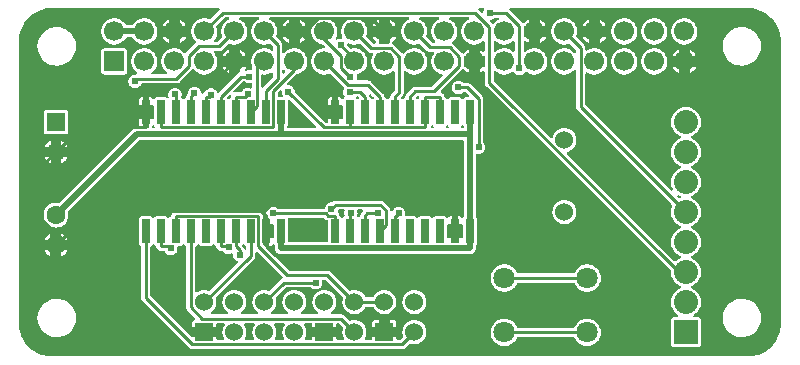
<source format=gtl>
G04 Layer: TopLayer*
G04 EasyEDA v6.5.22, 2022-12-03 20:42:59*
G04 c9e85bc281f3473fbd440b6798323965,1ae14fa7f5aa486887b2aa5280da83c0,10*
G04 Gerber Generator version 0.2*
G04 Scale: 100 percent, Rotated: No, Reflected: No *
G04 Dimensions in millimeters *
G04 leading zeros omitted , absolute positions ,4 integer and 5 decimal *
%FSLAX45Y45*%
%MOMM*%

%AMMACRO1*21,1,$1,$2,0,0,$3*%
%ADD10C,0.2540*%
%ADD11C,0.5000*%
%ADD12R,0.6604X2.0320*%
%ADD13MACRO1,1.7018X1.7018X90.0000*%
%ADD14C,1.7000*%
%ADD15C,1.8000*%
%ADD16R,2.0320X2.0320*%
%ADD17C,2.0320*%
%ADD18C,1.5240*%
%ADD19C,1.6000*%
%ADD20R,1.5240X1.5240*%
%ADD21R,1.5748X1.5748*%
%ADD22C,1.5748*%
%ADD23C,0.6100*%
%ADD24C,0.0107*%

%LPD*%
G36*
X4889754Y8545830D02*
G01*
X4885588Y8546490D01*
X4882032Y8548776D01*
X4863490Y8567369D01*
X4861306Y8570620D01*
X4860544Y8574532D01*
X4861306Y8578443D01*
X4863490Y8581694D01*
X4866792Y8583930D01*
X4870704Y8584692D01*
X4895850Y8584692D01*
X4899863Y8583879D01*
X4903165Y8581593D01*
X4905349Y8578189D01*
X4906010Y8574176D01*
X4905095Y8570214D01*
X4901539Y8562644D01*
X4899050Y8553348D01*
X4897120Y8549589D01*
X4893868Y8546947D01*
G37*

%LPD*%
G36*
X4984648Y8451342D02*
G01*
X4980279Y8451951D01*
X4976571Y8454288D01*
X4959959Y8470900D01*
X4957673Y8474456D01*
X4957013Y8478621D01*
X4958080Y8482685D01*
X4960772Y8485987D01*
X4964531Y8487867D01*
X4973777Y8490356D01*
X4982667Y8494522D01*
X4990744Y8500160D01*
X4992319Y8501735D01*
X4995621Y8503970D01*
X4999532Y8504732D01*
X5024577Y8504732D01*
X5028387Y8503970D01*
X5031638Y8501888D01*
X5033822Y8498687D01*
X5034737Y8494877D01*
X5034076Y8491067D01*
X5032095Y8487765D01*
X5028946Y8485428D01*
X5024374Y8483193D01*
X5012486Y8475472D01*
X5001666Y8466277D01*
X4992065Y8455660D01*
X4988814Y8452713D01*
G37*

%LPD*%
G36*
X3661156Y8318601D02*
G01*
X3656939Y8319465D01*
X3653434Y8321954D01*
X3651351Y8325662D01*
X3650945Y8329930D01*
X3652316Y8333994D01*
X3653129Y8335314D01*
X3658870Y8348319D01*
X3662934Y8361934D01*
X3665169Y8375954D01*
X3665626Y8390128D01*
X3664254Y8404301D01*
X3661105Y8418169D01*
X3656228Y8431479D01*
X3649624Y8444077D01*
X3641496Y8455710D01*
X3631946Y8466277D01*
X3621125Y8475472D01*
X3609238Y8483193D01*
X3601770Y8486800D01*
X3598621Y8489137D01*
X3596640Y8492439D01*
X3595979Y8496300D01*
X3596843Y8500059D01*
X3599078Y8503259D01*
X3602329Y8505393D01*
X3606139Y8506104D01*
X3757472Y8506104D01*
X3761282Y8505393D01*
X3764534Y8503259D01*
X3766769Y8500059D01*
X3767632Y8496300D01*
X3766972Y8492439D01*
X3764991Y8489137D01*
X3761841Y8486800D01*
X3754374Y8483193D01*
X3742486Y8475472D01*
X3731666Y8466277D01*
X3722115Y8455710D01*
X3713987Y8444077D01*
X3707384Y8431479D01*
X3702507Y8418169D01*
X3699357Y8404301D01*
X3697986Y8390128D01*
X3698443Y8375954D01*
X3700678Y8361934D01*
X3704742Y8348319D01*
X3707993Y8341004D01*
X3708857Y8336889D01*
X3707993Y8332774D01*
X3705555Y8329371D01*
X3701948Y8327237D01*
X3697782Y8326729D01*
X3693566Y8327136D01*
X3683762Y8326272D01*
X3674262Y8323732D01*
X3665321Y8319516D01*
G37*

%LPD*%
G36*
X2630932Y8298180D02*
G01*
X2627223Y8298891D01*
X2624023Y8300923D01*
X2621788Y8303971D01*
X2620822Y8307628D01*
X2621229Y8311337D01*
X2623007Y8314690D01*
X2629763Y8323173D01*
X2637129Y8335314D01*
X2642870Y8348319D01*
X2646934Y8361934D01*
X2649169Y8375954D01*
X2649626Y8390128D01*
X2648254Y8404301D01*
X2645105Y8418169D01*
X2641955Y8426805D01*
X2641295Y8430564D01*
X2642158Y8434324D01*
X2644292Y8437473D01*
X2709976Y8503158D01*
X2713278Y8505342D01*
X2717139Y8506104D01*
X2741472Y8506104D01*
X2745282Y8505393D01*
X2748534Y8503259D01*
X2750769Y8500059D01*
X2751632Y8496300D01*
X2750972Y8492439D01*
X2748991Y8489137D01*
X2745841Y8486800D01*
X2738374Y8483193D01*
X2726486Y8475472D01*
X2715666Y8466277D01*
X2706116Y8455710D01*
X2697988Y8444077D01*
X2691384Y8431479D01*
X2686507Y8418169D01*
X2683357Y8404301D01*
X2681986Y8390128D01*
X2682443Y8375954D01*
X2684678Y8361934D01*
X2690215Y8342985D01*
X2689453Y8339023D01*
X2687218Y8335619D01*
X2652776Y8301177D01*
X2649474Y8298992D01*
X2645613Y8298180D01*
G37*

%LPD*%
G36*
X4471619Y8290610D02*
G01*
X4467707Y8291372D01*
X4464405Y8293608D01*
X4422394Y8335619D01*
X4420158Y8339023D01*
X4419396Y8342985D01*
X4424934Y8361934D01*
X4427169Y8375954D01*
X4427626Y8390128D01*
X4426254Y8404301D01*
X4423105Y8418169D01*
X4418228Y8431479D01*
X4411624Y8444077D01*
X4403496Y8455710D01*
X4393946Y8466277D01*
X4383125Y8475472D01*
X4371238Y8483193D01*
X4363770Y8486800D01*
X4360621Y8489137D01*
X4358640Y8492439D01*
X4357979Y8496300D01*
X4358843Y8500059D01*
X4361078Y8503259D01*
X4364329Y8505393D01*
X4368139Y8506104D01*
X4519472Y8506104D01*
X4523282Y8505393D01*
X4526534Y8503259D01*
X4528769Y8500059D01*
X4529632Y8496300D01*
X4528972Y8492439D01*
X4526991Y8489137D01*
X4523841Y8486800D01*
X4516374Y8483193D01*
X4504486Y8475472D01*
X4493666Y8466277D01*
X4484116Y8455710D01*
X4475988Y8444077D01*
X4469384Y8431479D01*
X4464507Y8418169D01*
X4461357Y8404301D01*
X4459986Y8390128D01*
X4460443Y8375954D01*
X4462678Y8361934D01*
X4466742Y8348319D01*
X4472482Y8335314D01*
X4479848Y8323173D01*
X4488738Y8312048D01*
X4492802Y8308086D01*
X4495088Y8304784D01*
X4495901Y8300872D01*
X4495190Y8296960D01*
X4492955Y8293608D01*
X4489653Y8291372D01*
X4485741Y8290610D01*
G37*

%LPD*%
G36*
X5000040Y8214512D02*
G01*
X4996332Y8215426D01*
X4993182Y8217662D01*
X4991150Y8220913D01*
X4990439Y8224672D01*
X4990439Y8294217D01*
X4991404Y8298586D01*
X4994148Y8302091D01*
X4998110Y8304072D01*
X5002580Y8304174D01*
X5006644Y8302345D01*
X5018328Y8293658D01*
X5030673Y8286699D01*
X5043881Y8281365D01*
X5057597Y8277758D01*
X5071719Y8275929D01*
X5085892Y8275929D01*
X5100015Y8277758D01*
X5113731Y8281365D01*
X5126939Y8286699D01*
X5139283Y8293658D01*
X5150967Y8302396D01*
X5155082Y8304225D01*
X5159502Y8304123D01*
X5163515Y8302091D01*
X5166258Y8298586D01*
X5167223Y8294268D01*
X5167223Y8224672D01*
X5166512Y8220862D01*
X5164429Y8217662D01*
X5161330Y8215426D01*
X5157622Y8214512D01*
X5153812Y8215020D01*
X5150459Y8216900D01*
X5145125Y8221472D01*
X5133238Y8229193D01*
X5120436Y8235391D01*
X5106924Y8239861D01*
X5093004Y8242553D01*
X5078831Y8243468D01*
X5064607Y8242553D01*
X5050688Y8239861D01*
X5037175Y8235391D01*
X5024374Y8229193D01*
X5012486Y8221472D01*
X5007152Y8216950D01*
X5003850Y8215020D01*
G37*

%LPD*%
G36*
X3208934Y8030362D02*
G01*
X3205022Y8031124D01*
X3201771Y8033359D01*
X3199536Y8036661D01*
X3198774Y8040522D01*
X3198774Y8054035D01*
X3199638Y8058099D01*
X3202025Y8061452D01*
X3205581Y8063585D01*
X3209696Y8064144D01*
X3213658Y8063026D01*
X3216859Y8060334D01*
X3218738Y8058048D01*
X3222548Y8054340D01*
X3224784Y8051038D01*
X3225596Y8047126D01*
X3224885Y8043214D01*
X3222650Y8039862D01*
X3216097Y8033359D01*
X3212846Y8031124D01*
G37*

%LPD*%
G36*
X3030474Y7909559D02*
G01*
X3026562Y7910322D01*
X3023311Y7912557D01*
X3021076Y7915859D01*
X3020314Y7919720D01*
X3020314Y8012887D01*
X3021228Y8017052D01*
X3023768Y8020507D01*
X3027527Y8022590D01*
X3031794Y8022945D01*
X3039719Y8021929D01*
X3053892Y8021929D01*
X3068015Y8023758D01*
X3081731Y8027365D01*
X3094939Y8032699D01*
X3106420Y8039150D01*
X3110433Y8040420D01*
X3114598Y8039963D01*
X3118205Y8037830D01*
X3120694Y8034426D01*
X3121558Y8030311D01*
X3121558Y8000644D01*
X3120796Y7996783D01*
X3118561Y7993481D01*
X3037636Y7912557D01*
X3034385Y7910322D01*
G37*

%LPD*%
G36*
X2794711Y7870799D02*
G01*
X2790545Y7872425D01*
X2787497Y7875625D01*
X2786075Y7879892D01*
X2786634Y7884312D01*
X2789021Y7888071D01*
X2864002Y7963052D01*
X2867304Y7965236D01*
X2871216Y7965998D01*
X2876042Y7965998D01*
X2879902Y7965236D01*
X2883204Y7963052D01*
X2884830Y7961426D01*
X2892856Y7955838D01*
X2901746Y7951673D01*
X2911246Y7949133D01*
X2921050Y7948269D01*
X2932023Y7949285D01*
X2936189Y7948777D01*
X2939796Y7946694D01*
X2942234Y7943291D01*
X2943098Y7939176D01*
X2943098Y7913928D01*
X2942285Y7909966D01*
X2939999Y7906613D01*
X2936595Y7904429D01*
X2932582Y7903768D01*
X2928620Y7904734D01*
X2925216Y7906308D01*
X2915716Y7908848D01*
X2905912Y7909712D01*
X2896108Y7908848D01*
X2886608Y7906308D01*
X2877718Y7902143D01*
X2869692Y7896555D01*
X2862732Y7889595D01*
X2857093Y7881518D01*
X2855366Y7877809D01*
X2853131Y7874711D01*
X2849880Y7872679D01*
X2846171Y7871917D01*
X2807208Y7871917D01*
G37*

%LPD*%
G36*
X3170580Y7831328D02*
G01*
X3166668Y7832090D01*
X3163417Y7834325D01*
X3161182Y7837576D01*
X3160420Y7841488D01*
X3160420Y7864246D01*
X3161182Y7868107D01*
X3163417Y7871409D01*
X3177133Y7885175D01*
X3180537Y7887411D01*
X3184601Y7888122D01*
X3188614Y7887157D01*
X3191916Y7884718D01*
X3193948Y7881162D01*
X3194405Y7877098D01*
X3194253Y7875270D01*
X3195116Y7865465D01*
X3197656Y7855966D01*
X3203346Y7843266D01*
X3203143Y7838846D01*
X3201111Y7834934D01*
X3197656Y7832293D01*
X3193338Y7831328D01*
G37*

%LPD*%
G36*
X3833368Y7814309D02*
G01*
X3829608Y7815935D01*
X3826814Y7818881D01*
X3825544Y7820863D01*
X3824071Y7824927D01*
X3824427Y7829194D01*
X3826510Y7832953D01*
X3829964Y7835544D01*
X3834129Y7836408D01*
X3836670Y7836408D01*
X3840835Y7835544D01*
X3844290Y7832953D01*
X3846372Y7829194D01*
X3846728Y7824927D01*
X3845255Y7820863D01*
X3843985Y7818881D01*
X3841191Y7815935D01*
X3837432Y7814309D01*
G37*

%LPD*%
G36*
X4087368Y7814309D02*
G01*
X4083608Y7815935D01*
X4080814Y7818881D01*
X4079138Y7821523D01*
X4075074Y7825587D01*
X4068876Y7829397D01*
X4066540Y7831378D01*
X4064863Y7834020D01*
X4064101Y7837068D01*
X4063695Y7840878D01*
X4061510Y7848092D01*
X4057954Y7854746D01*
X4052824Y7860995D01*
X3953256Y7960563D01*
X3947007Y7965694D01*
X3940352Y7969250D01*
X3933139Y7971434D01*
X3925112Y7972247D01*
X3840226Y7972247D01*
X3836568Y7972907D01*
X3833418Y7974838D01*
X3831183Y7977784D01*
X3830116Y7981340D01*
X3830421Y7985048D01*
X3831488Y7989062D01*
X3832351Y7998815D01*
X3831488Y8008620D01*
X3830218Y8013242D01*
X3829964Y8017205D01*
X3831285Y8020964D01*
X3833876Y8023961D01*
X3837482Y8025688D01*
X3843731Y8027365D01*
X3856939Y8032699D01*
X3869283Y8039658D01*
X3880662Y8048142D01*
X3890873Y8058048D01*
X3899763Y8069173D01*
X3907129Y8081314D01*
X3912870Y8094319D01*
X3916934Y8107934D01*
X3919169Y8121954D01*
X3919626Y8136128D01*
X3918254Y8150301D01*
X3915105Y8164169D01*
X3910228Y8177479D01*
X3903624Y8190077D01*
X3895496Y8201710D01*
X3885946Y8212277D01*
X3875125Y8221472D01*
X3863238Y8229193D01*
X3850436Y8235391D01*
X3836924Y8239861D01*
X3823004Y8242553D01*
X3808831Y8243468D01*
X3794607Y8242553D01*
X3784600Y8240623D01*
X3781348Y8240522D01*
X3778199Y8241487D01*
X3775506Y8243417D01*
X3752697Y8266175D01*
X3750716Y8269071D01*
X3749801Y8272475D01*
X3749548Y8275269D01*
X3750005Y8279333D01*
X3752087Y8282940D01*
X3755390Y8285378D01*
X3759403Y8286292D01*
X3763467Y8285581D01*
X3773881Y8281365D01*
X3787597Y8277758D01*
X3801719Y8275929D01*
X3815892Y8275929D01*
X3830015Y8277758D01*
X3843731Y8281365D01*
X3848658Y8283346D01*
X3852570Y8284108D01*
X3856431Y8283295D01*
X3859682Y8281111D01*
X3922064Y8218779D01*
X3928262Y8213648D01*
X3934968Y8210092D01*
X3942181Y8207908D01*
X3950208Y8207095D01*
X3960368Y8207095D01*
X3964686Y8206130D01*
X3968140Y8203488D01*
X3970172Y8199577D01*
X3970375Y8195208D01*
X3967987Y8190077D01*
X3961384Y8177479D01*
X3956507Y8164169D01*
X3953357Y8150301D01*
X3951986Y8136128D01*
X3952443Y8121954D01*
X3954678Y8107934D01*
X3958742Y8094319D01*
X3964482Y8081314D01*
X3971848Y8069173D01*
X3980738Y8058048D01*
X3990949Y8048142D01*
X4002328Y8039658D01*
X4014673Y8032699D01*
X4027881Y8027365D01*
X4041597Y8023758D01*
X4055719Y8021929D01*
X4069892Y8021929D01*
X4084015Y8023758D01*
X4097731Y8027365D01*
X4110939Y8032699D01*
X4123283Y8039658D01*
X4134967Y8048345D01*
X4139031Y8050174D01*
X4143501Y8050072D01*
X4147464Y8048091D01*
X4150207Y8044586D01*
X4151223Y8040217D01*
X4151223Y7890459D01*
X4150410Y7886547D01*
X4148226Y7883245D01*
X4125976Y7860995D01*
X4120845Y7854746D01*
X4117289Y7848092D01*
X4115104Y7840878D01*
X4114698Y7837068D01*
X4113936Y7834020D01*
X4112260Y7831378D01*
X4109923Y7829397D01*
X4103725Y7825587D01*
X4099661Y7821523D01*
X4097985Y7818881D01*
X4095191Y7815935D01*
X4091432Y7814309D01*
G37*

%LPD*%
G36*
X2741168Y7814309D02*
G01*
X2737408Y7815935D01*
X2734614Y7818881D01*
X2733192Y7821066D01*
X2731922Y7824216D01*
X2731719Y7827619D01*
X2732684Y7830870D01*
X2734614Y7833664D01*
X2751988Y7851038D01*
X2755493Y7853324D01*
X2759608Y7853984D01*
X2763672Y7852918D01*
X2766974Y7850378D01*
X2768904Y7846669D01*
X2769260Y7842503D01*
X2768447Y7836712D01*
X2766923Y7832496D01*
X2763723Y7829397D01*
X2757525Y7825587D01*
X2753461Y7821523D01*
X2751785Y7818881D01*
X2748991Y7815935D01*
X2745232Y7814309D01*
G37*

%LPD*%
G36*
X4214368Y7814309D02*
G01*
X4210608Y7815935D01*
X4207814Y7818881D01*
X4206392Y7821066D01*
X4205122Y7824216D01*
X4204919Y7827619D01*
X4205884Y7830870D01*
X4207814Y7833664D01*
X4216755Y7842605D01*
X4221886Y7848803D01*
X4225442Y7855559D01*
X4227626Y7862722D01*
X4228439Y7870748D01*
X4228439Y8040217D01*
X4229404Y8044586D01*
X4232148Y8048091D01*
X4236110Y8050072D01*
X4240580Y8050174D01*
X4244644Y8048345D01*
X4256328Y8039658D01*
X4268673Y8032699D01*
X4281881Y8027365D01*
X4295597Y8023758D01*
X4309719Y8021929D01*
X4323892Y8021929D01*
X4338015Y8023758D01*
X4351731Y8027365D01*
X4364939Y8032699D01*
X4377283Y8039658D01*
X4388662Y8048142D01*
X4398873Y8058048D01*
X4407763Y8069173D01*
X4415129Y8081314D01*
X4420870Y8094319D01*
X4424934Y8107934D01*
X4427169Y8121954D01*
X4427626Y8136128D01*
X4426254Y8150301D01*
X4423105Y8164169D01*
X4418228Y8177479D01*
X4411624Y8190077D01*
X4403496Y8201710D01*
X4393946Y8212277D01*
X4383125Y8221472D01*
X4371238Y8229193D01*
X4358436Y8235391D01*
X4344924Y8239861D01*
X4331004Y8242553D01*
X4316831Y8243468D01*
X4302607Y8242553D01*
X4288688Y8239861D01*
X4275175Y8235391D01*
X4262374Y8229193D01*
X4250486Y8221472D01*
X4239666Y8212277D01*
X4230979Y8202726D01*
X4227728Y8200288D01*
X4223715Y8199374D01*
X4219702Y8200136D01*
X4216298Y8202371D01*
X4145991Y8272627D01*
X4139793Y8277758D01*
X4131868Y8281873D01*
X4128719Y8284464D01*
X4126839Y8288070D01*
X4126484Y8292134D01*
X4127804Y8295995D01*
X4130497Y8299043D01*
X4134662Y8302142D01*
X4144873Y8312048D01*
X4153763Y8323173D01*
X4161129Y8335314D01*
X4162196Y8337753D01*
X4111650Y8337753D01*
X4111650Y8294471D01*
X4110888Y8290559D01*
X4108704Y8287308D01*
X4105401Y8285073D01*
X4101490Y8284311D01*
X4024122Y8284311D01*
X4020210Y8285073D01*
X4016908Y8287308D01*
X4014724Y8290559D01*
X4013962Y8294471D01*
X4013962Y8337753D01*
X3963415Y8337753D01*
X3964482Y8335314D01*
X3971848Y8323173D01*
X3980738Y8312048D01*
X3991305Y8301786D01*
X3993591Y8298484D01*
X3994404Y8294573D01*
X3993692Y8290661D01*
X3991508Y8287308D01*
X3988155Y8285073D01*
X3984244Y8284311D01*
X3969918Y8284311D01*
X3966006Y8285073D01*
X3962704Y8287308D01*
X3914394Y8335619D01*
X3912158Y8339023D01*
X3911396Y8342985D01*
X3916934Y8361934D01*
X3919169Y8375954D01*
X3919626Y8390128D01*
X3918254Y8404301D01*
X3915105Y8418169D01*
X3910228Y8431479D01*
X3903624Y8444077D01*
X3895496Y8455710D01*
X3885946Y8466277D01*
X3875125Y8475472D01*
X3863238Y8483193D01*
X3855770Y8486800D01*
X3852621Y8489137D01*
X3850640Y8492439D01*
X3849979Y8496300D01*
X3850843Y8500059D01*
X3853078Y8503259D01*
X3856329Y8505393D01*
X3860139Y8506104D01*
X4011472Y8506104D01*
X4015282Y8505393D01*
X4017822Y8503716D01*
X4020210Y8505342D01*
X4024122Y8506104D01*
X4101490Y8506104D01*
X4105401Y8505342D01*
X4107789Y8503716D01*
X4110329Y8505393D01*
X4114139Y8506104D01*
X4265472Y8506104D01*
X4269282Y8505393D01*
X4272534Y8503259D01*
X4274769Y8500059D01*
X4275632Y8496300D01*
X4274972Y8492439D01*
X4272991Y8489137D01*
X4269841Y8486800D01*
X4262374Y8483193D01*
X4250486Y8475472D01*
X4239666Y8466277D01*
X4230116Y8455710D01*
X4221988Y8444077D01*
X4215384Y8431479D01*
X4210507Y8418169D01*
X4207357Y8404301D01*
X4205986Y8390128D01*
X4206443Y8375954D01*
X4208678Y8361934D01*
X4212742Y8348319D01*
X4218482Y8335314D01*
X4225848Y8323173D01*
X4234738Y8312048D01*
X4244949Y8302142D01*
X4256328Y8293658D01*
X4268673Y8286699D01*
X4281881Y8281365D01*
X4295597Y8277758D01*
X4309719Y8275929D01*
X4323892Y8275929D01*
X4338015Y8277758D01*
X4351731Y8281365D01*
X4356658Y8283346D01*
X4360570Y8284108D01*
X4364431Y8283295D01*
X4367682Y8281111D01*
X4423765Y8225078D01*
X4429963Y8219948D01*
X4436668Y8216392D01*
X4443882Y8214207D01*
X4451908Y8213394D01*
X4472787Y8213394D01*
X4477054Y8212429D01*
X4480560Y8209788D01*
X4482592Y8205876D01*
X4482795Y8201507D01*
X4481118Y8197443D01*
X4475988Y8190077D01*
X4469384Y8177479D01*
X4464507Y8164169D01*
X4461357Y8150301D01*
X4459986Y8136128D01*
X4460443Y8121954D01*
X4462678Y8107934D01*
X4466742Y8094319D01*
X4472482Y8081314D01*
X4479848Y8069173D01*
X4488738Y8058048D01*
X4498949Y8048142D01*
X4510328Y8039658D01*
X4522673Y8032699D01*
X4535881Y8027365D01*
X4549343Y8023809D01*
X4553102Y8021929D01*
X4555794Y8018627D01*
X4556912Y8014563D01*
X4556252Y8010347D01*
X4553915Y8006842D01*
X4469282Y7922158D01*
X4465980Y7919974D01*
X4462068Y7919161D01*
X4327652Y7919161D01*
X4319625Y7918399D01*
X4312412Y7916214D01*
X4305706Y7912658D01*
X4299508Y7907528D01*
X4252976Y7860995D01*
X4247845Y7854746D01*
X4244238Y7847990D01*
X4242104Y7840878D01*
X4241698Y7837068D01*
X4240936Y7834020D01*
X4239260Y7831378D01*
X4236923Y7829397D01*
X4230725Y7825587D01*
X4226661Y7821523D01*
X4224985Y7818881D01*
X4222191Y7815935D01*
X4218432Y7814309D01*
G37*

%LPC*%
G36*
X4111650Y8435441D02*
G01*
X4162145Y8435441D01*
X4157624Y8444077D01*
X4149496Y8455710D01*
X4139946Y8466277D01*
X4129125Y8475472D01*
X4117238Y8483193D01*
X4111650Y8485886D01*
G37*
G36*
X3963466Y8435441D02*
G01*
X4013962Y8435441D01*
X4013962Y8485886D01*
X4008374Y8483193D01*
X3996486Y8475472D01*
X3985666Y8466277D01*
X3976115Y8455710D01*
X3967987Y8444077D01*
G37*

%LPD*%
G36*
X3960368Y7814309D02*
G01*
X3956608Y7815935D01*
X3953814Y7818881D01*
X3952138Y7821523D01*
X3948074Y7825587D01*
X3941876Y7829397D01*
X3938676Y7832496D01*
X3937152Y7836712D01*
X3936339Y7842503D01*
X3936695Y7846669D01*
X3938625Y7850378D01*
X3941927Y7852918D01*
X3945991Y7853984D01*
X3950106Y7853324D01*
X3953611Y7851038D01*
X3970985Y7833664D01*
X3972915Y7830870D01*
X3973880Y7827619D01*
X3973677Y7824216D01*
X3972407Y7821066D01*
X3970985Y7818881D01*
X3968191Y7815935D01*
X3964432Y7814309D01*
G37*

%LPD*%
G36*
X4341368Y7814309D02*
G01*
X4337608Y7815935D01*
X4334814Y7818881D01*
X4333392Y7821066D01*
X4332122Y7824216D01*
X4331919Y7827619D01*
X4332884Y7830870D01*
X4334814Y7833664D01*
X4340148Y7838998D01*
X4343450Y7841183D01*
X4347362Y7841945D01*
X4349597Y7841945D01*
X4353458Y7841183D01*
X4356760Y7838998D01*
X4358995Y7835696D01*
X4359757Y7831785D01*
X4358995Y7827924D01*
X4356760Y7824622D01*
X4353661Y7821523D01*
X4351985Y7818881D01*
X4349191Y7815935D01*
X4345432Y7814309D01*
G37*

%LPD*%
G36*
X3572001Y7612735D02*
G01*
X3568090Y7613497D01*
X3564788Y7615732D01*
X3309772Y7870698D01*
X3307791Y7873593D01*
X3306876Y7876997D01*
X3306165Y7885074D01*
X3303625Y7894574D01*
X3299460Y7903464D01*
X3293821Y7911490D01*
X3286861Y7918450D01*
X3278835Y7924088D01*
X3269945Y7928254D01*
X3260445Y7930794D01*
X3250641Y7931658D01*
X3248812Y7931505D01*
X3244748Y7931962D01*
X3241192Y7933994D01*
X3238754Y7937296D01*
X3237788Y7941309D01*
X3238500Y7945374D01*
X3240735Y7948777D01*
X3312363Y8020354D01*
X3315055Y8022285D01*
X3318256Y8023250D01*
X3322015Y8023758D01*
X3335731Y8027365D01*
X3348939Y8032699D01*
X3361283Y8039658D01*
X3372662Y8048142D01*
X3382873Y8058048D01*
X3391763Y8069173D01*
X3399129Y8081314D01*
X3404870Y8094319D01*
X3408934Y8107934D01*
X3411169Y8121954D01*
X3411626Y8136128D01*
X3410254Y8150301D01*
X3407105Y8164169D01*
X3402228Y8177479D01*
X3395624Y8190077D01*
X3387496Y8201710D01*
X3377946Y8212277D01*
X3367125Y8221472D01*
X3355238Y8229193D01*
X3342436Y8235391D01*
X3328924Y8239861D01*
X3315004Y8242553D01*
X3300831Y8243468D01*
X3286607Y8242553D01*
X3272688Y8239861D01*
X3259175Y8235391D01*
X3246374Y8229193D01*
X3234486Y8221472D01*
X3223666Y8212277D01*
X3216452Y8204301D01*
X3213201Y8201914D01*
X3209239Y8200999D01*
X3205276Y8201659D01*
X3201873Y8203844D01*
X3199587Y8207197D01*
X3198774Y8211159D01*
X3198774Y8272729D01*
X3197961Y8280755D01*
X3195777Y8287969D01*
X3192221Y8294674D01*
X3187090Y8300872D01*
X3152394Y8335619D01*
X3150158Y8339023D01*
X3149396Y8342985D01*
X3154934Y8361934D01*
X3157169Y8375954D01*
X3157626Y8390128D01*
X3156254Y8404301D01*
X3153105Y8418169D01*
X3148228Y8431479D01*
X3141624Y8444077D01*
X3133496Y8455710D01*
X3123946Y8466277D01*
X3113125Y8475472D01*
X3101238Y8483193D01*
X3093770Y8486800D01*
X3090621Y8489137D01*
X3088640Y8492439D01*
X3087979Y8496300D01*
X3088843Y8500059D01*
X3091078Y8503259D01*
X3094329Y8505393D01*
X3098139Y8506104D01*
X3249472Y8506104D01*
X3253282Y8505393D01*
X3255822Y8503716D01*
X3258210Y8505342D01*
X3262122Y8506104D01*
X3339490Y8506104D01*
X3343401Y8505342D01*
X3345789Y8503716D01*
X3348329Y8505393D01*
X3352139Y8506104D01*
X3503472Y8506104D01*
X3507282Y8505393D01*
X3510534Y8503259D01*
X3512769Y8500059D01*
X3513632Y8496300D01*
X3512972Y8492439D01*
X3510991Y8489137D01*
X3507841Y8486800D01*
X3500374Y8483193D01*
X3488486Y8475472D01*
X3477666Y8466277D01*
X3468115Y8455710D01*
X3459987Y8444077D01*
X3453384Y8431479D01*
X3448507Y8418169D01*
X3445357Y8404301D01*
X3443986Y8390128D01*
X3444443Y8375954D01*
X3446678Y8361934D01*
X3450742Y8348319D01*
X3456482Y8335314D01*
X3463848Y8323173D01*
X3472738Y8312048D01*
X3482949Y8302142D01*
X3494328Y8293658D01*
X3506673Y8286699D01*
X3519881Y8281365D01*
X3533597Y8277758D01*
X3539032Y8277047D01*
X3542233Y8276081D01*
X3544925Y8274151D01*
X3558438Y8260638D01*
X3560622Y8257438D01*
X3561435Y8253679D01*
X3560775Y8249869D01*
X3558743Y8246567D01*
X3555644Y8244281D01*
X3551936Y8243316D01*
X3540607Y8242553D01*
X3526688Y8239861D01*
X3513175Y8235391D01*
X3500374Y8229193D01*
X3488486Y8221472D01*
X3477666Y8212277D01*
X3468115Y8201710D01*
X3459987Y8190077D01*
X3453384Y8177479D01*
X3448507Y8164169D01*
X3445357Y8150301D01*
X3443986Y8136128D01*
X3444443Y8121954D01*
X3446678Y8107934D01*
X3450742Y8094319D01*
X3456482Y8081314D01*
X3463848Y8069173D01*
X3472738Y8058048D01*
X3482949Y8048142D01*
X3494328Y8039658D01*
X3506673Y8032699D01*
X3519881Y8027365D01*
X3533597Y8023758D01*
X3547719Y8021929D01*
X3561892Y8021929D01*
X3576015Y8023758D01*
X3589731Y8027365D01*
X3594658Y8029346D01*
X3598570Y8030108D01*
X3602431Y8029295D01*
X3605682Y8027111D01*
X3718001Y7914792D01*
X3720236Y7911388D01*
X3720947Y7907324D01*
X3720033Y7903362D01*
X3715816Y7894320D01*
X3713276Y7884820D01*
X3712413Y7875016D01*
X3713276Y7865262D01*
X3715816Y7855762D01*
X3719982Y7846872D01*
X3725011Y7839659D01*
X3726535Y7836408D01*
X3726789Y7832852D01*
X3725875Y7829448D01*
X3723792Y7826552D01*
X3718661Y7821472D01*
X3716985Y7818881D01*
X3714191Y7815935D01*
X3710432Y7814309D01*
X3706368Y7814309D01*
X3702608Y7815935D01*
X3699814Y7818881D01*
X3698138Y7821523D01*
X3694023Y7825638D01*
X3689146Y7828686D01*
X3683660Y7830616D01*
X3677361Y7831328D01*
X3667760Y7831328D01*
X3667760Y7760970D01*
X3702812Y7760970D01*
X3706723Y7760208D01*
X3709974Y7757972D01*
X3712210Y7754721D01*
X3712972Y7750809D01*
X3712972Y7656830D01*
X3712210Y7652918D01*
X3709974Y7649667D01*
X3706723Y7647431D01*
X3702812Y7646670D01*
X3667760Y7646670D01*
X3667760Y7622895D01*
X3666998Y7618984D01*
X3664762Y7615732D01*
X3661511Y7613497D01*
X3657600Y7612735D01*
X3632200Y7612735D01*
X3628288Y7613497D01*
X3625037Y7615732D01*
X3622801Y7618984D01*
X3622040Y7622895D01*
X3622040Y7646670D01*
X3585972Y7646670D01*
X3585972Y7622895D01*
X3585210Y7618984D01*
X3582974Y7615732D01*
X3579723Y7613497D01*
X3575812Y7612735D01*
G37*

%LPC*%
G36*
X3585972Y7760970D02*
G01*
X3622040Y7760970D01*
X3622040Y7831328D01*
X3612438Y7831328D01*
X3606139Y7830616D01*
X3600653Y7828686D01*
X3595776Y7825638D01*
X3591661Y7821523D01*
X3588613Y7816646D01*
X3586683Y7811160D01*
X3585972Y7804861D01*
G37*
G36*
X3251962Y8287105D02*
G01*
X3251962Y8337753D01*
X3201416Y8337753D01*
X3202482Y8335314D01*
X3209848Y8323173D01*
X3218738Y8312048D01*
X3228949Y8302142D01*
X3240328Y8293658D01*
G37*
G36*
X3349650Y8287105D02*
G01*
X3361283Y8293658D01*
X3372662Y8302142D01*
X3382873Y8312048D01*
X3391763Y8323173D01*
X3399129Y8335314D01*
X3400196Y8337753D01*
X3349650Y8337753D01*
G37*
G36*
X3349650Y8435441D02*
G01*
X3400145Y8435441D01*
X3395624Y8444077D01*
X3387496Y8455710D01*
X3377946Y8466277D01*
X3367125Y8475472D01*
X3355238Y8483193D01*
X3349650Y8485886D01*
G37*
G36*
X3201466Y8435441D02*
G01*
X3251962Y8435441D01*
X3251962Y8485886D01*
X3246374Y8483193D01*
X3234486Y8475472D01*
X3223666Y8466277D01*
X3214116Y8455710D01*
X3205988Y8444077D01*
G37*

%LPD*%
G36*
X2104136Y7567777D02*
G01*
X2100224Y7568539D01*
X2096922Y7570774D01*
X2094738Y7574076D01*
X2093975Y7577937D01*
X2094738Y7581849D01*
X2097938Y7586116D01*
X2099614Y7588758D01*
X2102408Y7591704D01*
X2106168Y7593330D01*
X2110232Y7593330D01*
X2113991Y7591704D01*
X2116785Y7588758D01*
X2121662Y7581849D01*
X2122424Y7577937D01*
X2121662Y7574076D01*
X2119477Y7570774D01*
X2116175Y7568539D01*
X2112264Y7567777D01*
G37*

%LPD*%
G36*
X3248761Y7567777D02*
G01*
X3244900Y7568539D01*
X3241598Y7570774D01*
X3239363Y7574076D01*
X3238601Y7579563D01*
X3239008Y7582408D01*
X3240176Y7585049D01*
X3244037Y7591044D01*
X3245916Y7596479D01*
X3246628Y7602778D01*
X3246628Y7800136D01*
X3247390Y7804048D01*
X3249625Y7807350D01*
X3252876Y7809534D01*
X3256788Y7810296D01*
X3260699Y7809534D01*
X3263950Y7807350D01*
X3486200Y7585151D01*
X3488385Y7581849D01*
X3489147Y7577937D01*
X3488385Y7574076D01*
X3486200Y7570774D01*
X3482898Y7568539D01*
X3478987Y7567777D01*
G37*

%LPD*%
G36*
X4720336Y7567777D02*
G01*
X4716424Y7568539D01*
X4713122Y7570774D01*
X4710938Y7574076D01*
X4710176Y7577937D01*
X4710938Y7581849D01*
X4714138Y7586116D01*
X4715814Y7588758D01*
X4718608Y7591704D01*
X4722368Y7593330D01*
X4726432Y7593330D01*
X4730191Y7591704D01*
X4732985Y7588758D01*
X4736338Y7582966D01*
X4736947Y7578801D01*
X4736439Y7574635D01*
X4734306Y7571079D01*
X4730902Y7568641D01*
X4726838Y7567777D01*
G37*

%LPD*%
G36*
X4466336Y7567777D02*
G01*
X4462424Y7568539D01*
X4459122Y7570774D01*
X4456938Y7574076D01*
X4456176Y7577937D01*
X4456938Y7581849D01*
X4460138Y7586116D01*
X4461814Y7588758D01*
X4464608Y7591704D01*
X4468368Y7593330D01*
X4472432Y7593330D01*
X4476191Y7591704D01*
X4478985Y7588758D01*
X4483862Y7581849D01*
X4484624Y7577937D01*
X4483862Y7574076D01*
X4481677Y7570774D01*
X4478375Y7568539D01*
X4474464Y7567777D01*
G37*

%LPD*%
G36*
X4593336Y7567777D02*
G01*
X4589424Y7568539D01*
X4586122Y7570774D01*
X4583938Y7574076D01*
X4583176Y7577937D01*
X4583938Y7581849D01*
X4587138Y7586116D01*
X4588814Y7588758D01*
X4591608Y7591704D01*
X4595368Y7593330D01*
X4599432Y7593330D01*
X4603191Y7591704D01*
X4605985Y7588758D01*
X4610862Y7581849D01*
X4611624Y7577937D01*
X4610862Y7574076D01*
X4608677Y7570774D01*
X4605375Y7568539D01*
X4601464Y7567777D01*
G37*

%LPD*%
G36*
X6560566Y6973163D02*
G01*
X6556552Y6973925D01*
X6553149Y6976160D01*
X6547053Y6982206D01*
X6544868Y6985558D01*
X6544106Y6989521D01*
X6544919Y6993432D01*
X6547205Y6996734D01*
X6550558Y6998868D01*
X6554520Y6999579D01*
X6558432Y6998665D01*
X6568236Y6994245D01*
X6571386Y6992061D01*
X6573469Y6988809D01*
X6574231Y6985000D01*
X6573469Y6981190D01*
X6571386Y6977938D01*
X6568236Y6975754D01*
X6564528Y6974078D01*
G37*

%LPD*%
G36*
X3845102Y6817817D02*
G01*
X3841089Y6818020D01*
X3837432Y6819696D01*
X3834790Y6822694D01*
X3833469Y6826503D01*
X3833723Y6830517D01*
X3835755Y6838137D01*
X3836619Y6847941D01*
X3835755Y6857746D01*
X3832351Y6871157D01*
X3833114Y6875068D01*
X3835298Y6878421D01*
X3838600Y6880656D01*
X3842512Y6881469D01*
X3873754Y6881469D01*
X3877614Y6880707D01*
X3880916Y6878472D01*
X3883151Y6875221D01*
X3883914Y6871309D01*
X3883151Y6867398D01*
X3880916Y6864146D01*
X3871976Y6855155D01*
X3866845Y6848906D01*
X3863289Y6842252D01*
X3861104Y6835038D01*
X3860698Y6831228D01*
X3859936Y6828180D01*
X3858260Y6825538D01*
X3855923Y6823557D01*
X3848862Y6819188D01*
G37*

%LPD*%
G36*
X3706368Y6808470D02*
G01*
X3702608Y6810095D01*
X3699814Y6813042D01*
X3698138Y6815683D01*
X3694074Y6819747D01*
X3687876Y6823557D01*
X3685540Y6825538D01*
X3683863Y6828180D01*
X3683101Y6831228D01*
X3682695Y6835038D01*
X3680510Y6842252D01*
X3676954Y6848906D01*
X3672179Y6854748D01*
X3668572Y6858660D01*
X3667404Y6862318D01*
X3667658Y6866178D01*
X3669741Y6873951D01*
X3671773Y6877862D01*
X3675278Y6880504D01*
X3679545Y6881469D01*
X3718001Y6881469D01*
X3721912Y6880656D01*
X3725214Y6878421D01*
X3727399Y6875068D01*
X3728161Y6871157D01*
X3724757Y6857746D01*
X3723894Y6847941D01*
X3724757Y6838137D01*
X3726738Y6830720D01*
X3727043Y6827164D01*
X3726078Y6823709D01*
X3723995Y6820814D01*
X3718610Y6815632D01*
X3716985Y6813042D01*
X3714191Y6810095D01*
X3710432Y6808470D01*
G37*

%LPD*%
G36*
X3256788Y6601206D02*
G01*
X3252876Y6601968D01*
X3249625Y6604203D01*
X3247390Y6607505D01*
X3246628Y6611366D01*
X3246628Y6799427D01*
X3247390Y6803339D01*
X3249625Y6806590D01*
X3252876Y6808825D01*
X3256788Y6809587D01*
X3547364Y6809587D01*
X3551224Y6808825D01*
X3554526Y6806590D01*
X3562451Y6798716D01*
X3568700Y6793585D01*
X3575354Y6790029D01*
X3578758Y6788962D01*
X3582517Y6786880D01*
X3585057Y6783476D01*
X3585972Y6779259D01*
X3585972Y6611366D01*
X3585210Y6607505D01*
X3582974Y6604203D01*
X3579723Y6601968D01*
X3575812Y6601206D01*
G37*

%LPD*%
G36*
X1244854Y5636514D02*
G01*
X1222654Y5637377D01*
X1201267Y5639968D01*
X1180185Y5644184D01*
X1159459Y5650077D01*
X1139291Y5657545D01*
X1119784Y5666587D01*
X1101039Y5677103D01*
X1083157Y5689092D01*
X1066241Y5702452D01*
X1050493Y5717082D01*
X1035913Y5732881D01*
X1022603Y5749798D01*
X1010666Y5767730D01*
X1000201Y5786526D01*
X991209Y5806084D01*
X983792Y5826252D01*
X977950Y5846978D01*
X973785Y5868111D01*
X971296Y5889498D01*
X970534Y5910580D01*
X970534Y8310625D01*
X971346Y8332470D01*
X973937Y8353856D01*
X978153Y8374938D01*
X984046Y8395665D01*
X991514Y8415832D01*
X1000556Y8435340D01*
X1011072Y8454085D01*
X1023061Y8471966D01*
X1036421Y8488883D01*
X1051052Y8504631D01*
X1066850Y8519210D01*
X1083767Y8532520D01*
X1101699Y8544458D01*
X1120495Y8554923D01*
X1140053Y8563914D01*
X1160221Y8571331D01*
X1180947Y8577173D01*
X1202080Y8581339D01*
X1223467Y8583828D01*
X1245311Y8584692D01*
X2657754Y8584692D01*
X2661666Y8583930D01*
X2664968Y8581694D01*
X2667152Y8578443D01*
X2667914Y8574532D01*
X2667152Y8570620D01*
X2664968Y8567369D01*
X2589784Y8492185D01*
X2586736Y8490051D01*
X2583078Y8489238D01*
X2579420Y8489696D01*
X2566924Y8493861D01*
X2553004Y8496554D01*
X2538831Y8497468D01*
X2524607Y8496554D01*
X2510688Y8493861D01*
X2497175Y8489391D01*
X2484374Y8483193D01*
X2472486Y8475472D01*
X2461666Y8466277D01*
X2452116Y8455710D01*
X2443988Y8444077D01*
X2437384Y8431479D01*
X2432507Y8418169D01*
X2429357Y8404301D01*
X2427986Y8390128D01*
X2428443Y8375954D01*
X2430678Y8361934D01*
X2434742Y8348319D01*
X2440482Y8335314D01*
X2447848Y8323173D01*
X2456738Y8312048D01*
X2465476Y8303564D01*
X2467813Y8300059D01*
X2468575Y8295843D01*
X2467508Y8291728D01*
X2464866Y8288426D01*
X2462580Y8286546D01*
X2384856Y8208822D01*
X2382926Y8206486D01*
X2379522Y8203793D01*
X2375306Y8202777D01*
X2371090Y8203590D01*
X2367534Y8206079D01*
X2361946Y8212277D01*
X2351125Y8221472D01*
X2339238Y8229193D01*
X2326436Y8235391D01*
X2312924Y8239861D01*
X2299004Y8242553D01*
X2284831Y8243468D01*
X2270607Y8242553D01*
X2256688Y8239861D01*
X2243175Y8235391D01*
X2230374Y8229193D01*
X2218486Y8221472D01*
X2207666Y8212277D01*
X2198116Y8201710D01*
X2189988Y8190077D01*
X2183384Y8177479D01*
X2178507Y8164169D01*
X2175357Y8150301D01*
X2173986Y8136128D01*
X2174443Y8121954D01*
X2176678Y8107934D01*
X2180742Y8094319D01*
X2186482Y8081314D01*
X2193848Y8069173D01*
X2202738Y8058048D01*
X2212949Y8048142D01*
X2220366Y8042605D01*
X2223109Y8039455D01*
X2224379Y8035442D01*
X2223922Y8031276D01*
X2221788Y8027670D01*
X2218385Y8025180D01*
X2214270Y8024317D01*
X2101342Y8024317D01*
X2097227Y8025180D01*
X2093823Y8027670D01*
X2091689Y8031276D01*
X2091232Y8035442D01*
X2092502Y8039455D01*
X2095246Y8042605D01*
X2102662Y8048142D01*
X2112873Y8058048D01*
X2121763Y8069173D01*
X2129129Y8081314D01*
X2134870Y8094319D01*
X2138934Y8107934D01*
X2141169Y8121954D01*
X2141626Y8136128D01*
X2140254Y8150301D01*
X2137105Y8164169D01*
X2132228Y8177479D01*
X2125624Y8190077D01*
X2117496Y8201710D01*
X2107946Y8212277D01*
X2097125Y8221472D01*
X2085238Y8229193D01*
X2072436Y8235391D01*
X2058924Y8239861D01*
X2045004Y8242553D01*
X2030831Y8243468D01*
X2016607Y8242553D01*
X2002688Y8239861D01*
X1989175Y8235391D01*
X1976374Y8229193D01*
X1964486Y8221472D01*
X1953666Y8212277D01*
X1944116Y8201710D01*
X1935988Y8190077D01*
X1929384Y8177479D01*
X1924507Y8164169D01*
X1921357Y8150301D01*
X1919986Y8136128D01*
X1920443Y8121954D01*
X1922678Y8107934D01*
X1926742Y8094319D01*
X1932482Y8081314D01*
X1939848Y8069173D01*
X1948738Y8058048D01*
X1958949Y8048142D01*
X1967890Y8041487D01*
X1970786Y8038084D01*
X1971954Y8033816D01*
X1971192Y8029448D01*
X1968601Y8025790D01*
X1964740Y8023606D01*
X1956460Y8021116D01*
X1952650Y8020710D01*
X1950770Y8020862D01*
X1940966Y8019999D01*
X1931466Y8017459D01*
X1922576Y8013293D01*
X1914550Y8007705D01*
X1907590Y8000746D01*
X1901952Y7992668D01*
X1897786Y7983778D01*
X1895246Y7974279D01*
X1894382Y7964474D01*
X1895246Y7954721D01*
X1897786Y7945221D01*
X1901952Y7936331D01*
X1907590Y7928254D01*
X1914550Y7921294D01*
X1922576Y7915706D01*
X1931466Y7911541D01*
X1940966Y7909001D01*
X1950770Y7908137D01*
X1960575Y7909001D01*
X1970074Y7911541D01*
X1978964Y7915706D01*
X1986991Y7921294D01*
X1993950Y7928254D01*
X1999589Y7936331D01*
X2001875Y7941259D01*
X2004110Y7944307D01*
X2007362Y7946390D01*
X2011070Y7947101D01*
X2302154Y7947101D01*
X2310180Y7947914D01*
X2317394Y7950098D01*
X2324100Y7953654D01*
X2330297Y7958785D01*
X2436672Y8065109D01*
X2440228Y8067395D01*
X2444394Y8068056D01*
X2448509Y8066938D01*
X2451760Y8064246D01*
X2456738Y8058048D01*
X2466949Y8048142D01*
X2478328Y8039658D01*
X2490673Y8032699D01*
X2503881Y8027365D01*
X2517597Y8023758D01*
X2531719Y8021929D01*
X2545892Y8021929D01*
X2560015Y8023758D01*
X2573731Y8027365D01*
X2586939Y8032699D01*
X2599283Y8039658D01*
X2610662Y8048142D01*
X2620873Y8058048D01*
X2629763Y8069173D01*
X2637129Y8081314D01*
X2642870Y8094319D01*
X2646934Y8107934D01*
X2649169Y8121954D01*
X2649626Y8136128D01*
X2648254Y8150301D01*
X2645105Y8164169D01*
X2640228Y8177479D01*
X2633624Y8190077D01*
X2625496Y8201710D01*
X2623464Y8203996D01*
X2621432Y8207298D01*
X2620822Y8211159D01*
X2621686Y8214918D01*
X2623921Y8218119D01*
X2627172Y8220252D01*
X2630982Y8220964D01*
X2665323Y8220964D01*
X2673350Y8221776D01*
X2680563Y8223961D01*
X2687218Y8227517D01*
X2693466Y8232648D01*
X2741930Y8281111D01*
X2745181Y8283295D01*
X2749042Y8284108D01*
X2752953Y8283346D01*
X2757881Y8281365D01*
X2771597Y8277758D01*
X2785719Y8275929D01*
X2799892Y8275929D01*
X2814015Y8277758D01*
X2827731Y8281365D01*
X2840939Y8286699D01*
X2853283Y8293658D01*
X2864662Y8302142D01*
X2874873Y8312048D01*
X2883763Y8323173D01*
X2891129Y8335314D01*
X2896870Y8348319D01*
X2900934Y8361934D01*
X2903169Y8375954D01*
X2903626Y8390128D01*
X2902254Y8404301D01*
X2899105Y8418169D01*
X2894228Y8431479D01*
X2887624Y8444077D01*
X2879496Y8455710D01*
X2869946Y8466277D01*
X2859125Y8475472D01*
X2847238Y8483193D01*
X2839770Y8486800D01*
X2836621Y8489137D01*
X2834640Y8492439D01*
X2833979Y8496300D01*
X2834843Y8500059D01*
X2837078Y8503259D01*
X2840329Y8505393D01*
X2844139Y8506104D01*
X2995472Y8506104D01*
X2999282Y8505393D01*
X3002534Y8503259D01*
X3004769Y8500059D01*
X3005632Y8496300D01*
X3004972Y8492439D01*
X3002991Y8489137D01*
X2999841Y8486800D01*
X2992374Y8483193D01*
X2980486Y8475472D01*
X2969666Y8466277D01*
X2960116Y8455710D01*
X2951988Y8444077D01*
X2945384Y8431479D01*
X2940507Y8418169D01*
X2937357Y8404301D01*
X2935986Y8390128D01*
X2936443Y8375954D01*
X2938678Y8361934D01*
X2942742Y8348319D01*
X2948482Y8335314D01*
X2955848Y8323173D01*
X2964738Y8312048D01*
X2974949Y8302142D01*
X2986328Y8293658D01*
X2998673Y8286699D01*
X3011881Y8281365D01*
X3025597Y8277758D01*
X3039719Y8275929D01*
X3053892Y8275929D01*
X3068015Y8277758D01*
X3081731Y8281365D01*
X3086658Y8283346D01*
X3090570Y8284108D01*
X3094431Y8283295D01*
X3097682Y8281111D01*
X3118561Y8260232D01*
X3120796Y8256930D01*
X3121558Y8253018D01*
X3121558Y8234730D01*
X3120644Y8230463D01*
X3118053Y8227009D01*
X3114243Y8224977D01*
X3109925Y8224672D01*
X3105861Y8226196D01*
X3101238Y8229193D01*
X3088436Y8235391D01*
X3074924Y8239861D01*
X3061004Y8242553D01*
X3046831Y8243468D01*
X3032607Y8242553D01*
X3018688Y8239861D01*
X3005175Y8235391D01*
X2992374Y8229193D01*
X2980486Y8221472D01*
X2969666Y8212277D01*
X2960116Y8201710D01*
X2951988Y8190077D01*
X2945384Y8177479D01*
X2940507Y8164169D01*
X2937357Y8150301D01*
X2935986Y8136128D01*
X2936443Y8121954D01*
X2938678Y8107934D01*
X2942742Y8094319D01*
X2945384Y8088375D01*
X2946196Y8084870D01*
X2945790Y8081314D01*
X2943910Y8075015D01*
X2943301Y8069021D01*
X2942132Y8065262D01*
X2939643Y8062163D01*
X2936138Y8060334D01*
X2932226Y8059928D01*
X2921000Y8060994D01*
X2911246Y8060131D01*
X2901746Y8057591D01*
X2897225Y8055457D01*
X2893060Y8054543D01*
X2888843Y8055406D01*
X2885338Y8057896D01*
X2883255Y8061604D01*
X2882849Y8065922D01*
X2884220Y8069935D01*
X2891129Y8081314D01*
X2892196Y8083753D01*
X2841650Y8083753D01*
X2841650Y8049259D01*
X2840990Y8045653D01*
X2839110Y8042554D01*
X2836265Y8040268D01*
X2829560Y8036712D01*
X2823362Y8031581D01*
X2663037Y7871256D01*
X2659786Y7869072D01*
X2656027Y7868310D01*
X2652217Y7868970D01*
X2648915Y7871002D01*
X2646629Y7874152D01*
X2644140Y7879486D01*
X2638501Y7887563D01*
X2631541Y7894523D01*
X2623515Y7900111D01*
X2614625Y7904276D01*
X2605125Y7906816D01*
X2595321Y7907680D01*
X2585516Y7906816D01*
X2576017Y7904276D01*
X2567127Y7900111D01*
X2559100Y7894523D01*
X2552141Y7887563D01*
X2546502Y7879486D01*
X2544114Y7874355D01*
X2541574Y7871002D01*
X2531262Y7865414D01*
X2527655Y7862417D01*
X2523744Y7860436D01*
X2519375Y7860284D01*
X2515362Y7861960D01*
X2512415Y7865211D01*
X2511094Y7869377D01*
X2510891Y7871663D01*
X2508351Y7881162D01*
X2504186Y7890052D01*
X2498547Y7898130D01*
X2491587Y7905089D01*
X2483561Y7910677D01*
X2474671Y7914843D01*
X2465171Y7917383D01*
X2455367Y7918246D01*
X2445562Y7917383D01*
X2436063Y7914843D01*
X2427173Y7910677D01*
X2419146Y7905089D01*
X2412187Y7898130D01*
X2406548Y7890052D01*
X2402382Y7881162D01*
X2399842Y7871663D01*
X2399233Y7864348D01*
X2398522Y7861401D01*
X2396947Y7858759D01*
X2393645Y7854746D01*
X2390089Y7848092D01*
X2387904Y7840878D01*
X2387498Y7837068D01*
X2386736Y7834020D01*
X2385060Y7831378D01*
X2382723Y7829397D01*
X2376525Y7825587D01*
X2372461Y7821523D01*
X2370785Y7818881D01*
X2367991Y7815935D01*
X2364232Y7814309D01*
X2360168Y7814309D01*
X2356408Y7815935D01*
X2353614Y7818881D01*
X2351938Y7821523D01*
X2347112Y7826349D01*
X2345080Y7829245D01*
X2344166Y7832648D01*
X2344470Y7836204D01*
X2346452Y7843570D01*
X2347315Y7853324D01*
X2346452Y7863128D01*
X2343912Y7872628D01*
X2339746Y7881518D01*
X2334107Y7889595D01*
X2327148Y7896555D01*
X2319121Y7902143D01*
X2310231Y7906308D01*
X2300732Y7908848D01*
X2290927Y7909712D01*
X2281123Y7908848D01*
X2271623Y7906308D01*
X2262733Y7902143D01*
X2254707Y7896555D01*
X2247747Y7889595D01*
X2242108Y7881518D01*
X2237943Y7872628D01*
X2235403Y7863128D01*
X2234539Y7853324D01*
X2235403Y7843570D01*
X2237486Y7835747D01*
X2237740Y7831734D01*
X2236368Y7827873D01*
X2233676Y7824927D01*
X2229967Y7823250D01*
X2225903Y7823149D01*
X2222144Y7824622D01*
X2215845Y7828737D01*
X2210460Y7830616D01*
X2204161Y7831328D01*
X2139238Y7831328D01*
X2132939Y7830616D01*
X2127453Y7828686D01*
X2122576Y7825638D01*
X2118461Y7821523D01*
X2116785Y7818881D01*
X2113991Y7815935D01*
X2110232Y7814309D01*
X2106168Y7814309D01*
X2102408Y7815935D01*
X2099614Y7818881D01*
X2097938Y7821523D01*
X2093823Y7825638D01*
X2088946Y7828686D01*
X2083460Y7830616D01*
X2077161Y7831328D01*
X2067560Y7831328D01*
X2067560Y7760970D01*
X2102612Y7760970D01*
X2106523Y7760208D01*
X2109774Y7757972D01*
X2112010Y7754721D01*
X2112772Y7750809D01*
X2112772Y7656830D01*
X2112010Y7652918D01*
X2109774Y7649667D01*
X2106523Y7647431D01*
X2102612Y7646670D01*
X2067560Y7646670D01*
X2067560Y7577937D01*
X2066798Y7574076D01*
X2064562Y7570774D01*
X2061311Y7568539D01*
X2057400Y7567777D01*
X2032000Y7567777D01*
X2028088Y7568539D01*
X2024837Y7570774D01*
X2022602Y7574076D01*
X2021839Y7577937D01*
X2021839Y7646670D01*
X1985772Y7646670D01*
X1985772Y7602778D01*
X1986483Y7596479D01*
X1988413Y7590993D01*
X1991461Y7586116D01*
X1994662Y7581849D01*
X1995424Y7577937D01*
X1994662Y7574076D01*
X1992477Y7570774D01*
X1989175Y7568539D01*
X1985264Y7567777D01*
X1967179Y7567777D01*
X1962556Y7567574D01*
X1958136Y7567015D01*
X1953818Y7566050D01*
X1949551Y7564729D01*
X1945487Y7563002D01*
X1941525Y7560970D01*
X1937766Y7558582D01*
X1934260Y7555890D01*
X1930806Y7552740D01*
X1316329Y6938264D01*
X1313637Y6936333D01*
X1310487Y6935368D01*
X1307185Y6935470D01*
X1296517Y6937603D01*
X1282700Y6938467D01*
X1268882Y6937603D01*
X1255318Y6934860D01*
X1242161Y6930440D01*
X1229766Y6924294D01*
X1218234Y6916623D01*
X1207820Y6907479D01*
X1198676Y6897065D01*
X1191006Y6885533D01*
X1184859Y6873138D01*
X1180439Y6859981D01*
X1177696Y6846417D01*
X1176832Y6832600D01*
X1177696Y6818782D01*
X1180439Y6805218D01*
X1184859Y6792061D01*
X1191006Y6779666D01*
X1198676Y6768134D01*
X1207820Y6757720D01*
X1218234Y6748576D01*
X1229766Y6740906D01*
X1242161Y6734759D01*
X1255318Y6730339D01*
X1268882Y6727596D01*
X1282700Y6726732D01*
X1296517Y6727596D01*
X1310081Y6730339D01*
X1323238Y6734759D01*
X1335633Y6740906D01*
X1347165Y6748576D01*
X1357579Y6757720D01*
X1366723Y6768134D01*
X1374394Y6779666D01*
X1380540Y6792061D01*
X1384960Y6805218D01*
X1387703Y6818782D01*
X1388567Y6832600D01*
X1387703Y6846417D01*
X1385570Y6857085D01*
X1385468Y6860387D01*
X1386433Y6863537D01*
X1388364Y6866229D01*
X1985111Y7462977D01*
X1988362Y7465212D01*
X1992274Y7465974D01*
X4726838Y7465974D01*
X4730699Y7465212D01*
X4734001Y7462977D01*
X4736236Y7459675D01*
X4736998Y7455814D01*
X4736998Y6822236D01*
X4736592Y6819392D01*
X4735423Y6816750D01*
X4732985Y6812940D01*
X4730140Y6810044D01*
X4726432Y6808470D01*
X4722368Y6808470D01*
X4718608Y6810095D01*
X4715814Y6812991D01*
X4714138Y6815683D01*
X4710023Y6819798D01*
X4705146Y6822846D01*
X4699660Y6824776D01*
X4693361Y6825488D01*
X4683760Y6825488D01*
X4683760Y6755130D01*
X4718812Y6755130D01*
X4722723Y6754368D01*
X4725974Y6752132D01*
X4728210Y6748881D01*
X4728972Y6744970D01*
X4728972Y6650990D01*
X4728210Y6647078D01*
X4725974Y6643827D01*
X4722723Y6641592D01*
X4718812Y6640830D01*
X4683760Y6640830D01*
X4683760Y6611366D01*
X4682998Y6607505D01*
X4680762Y6604203D01*
X4677511Y6601968D01*
X4673600Y6601206D01*
X4648200Y6601206D01*
X4644288Y6601968D01*
X4641037Y6604203D01*
X4638802Y6607505D01*
X4638040Y6611366D01*
X4638040Y6640830D01*
X4602988Y6640830D01*
X4599076Y6641592D01*
X4595825Y6643827D01*
X4593590Y6647078D01*
X4592828Y6650990D01*
X4592828Y6744970D01*
X4593590Y6748881D01*
X4595825Y6752132D01*
X4599076Y6754368D01*
X4602988Y6755130D01*
X4638040Y6755130D01*
X4638040Y6825488D01*
X4628438Y6825488D01*
X4622139Y6824776D01*
X4616653Y6822846D01*
X4611776Y6819798D01*
X4607661Y6815683D01*
X4605985Y6813042D01*
X4603191Y6810095D01*
X4599432Y6808470D01*
X4595368Y6808470D01*
X4591608Y6810095D01*
X4588814Y6813042D01*
X4587138Y6815683D01*
X4583023Y6819798D01*
X4578146Y6822846D01*
X4572660Y6824776D01*
X4566361Y6825488D01*
X4501438Y6825488D01*
X4495139Y6824776D01*
X4489653Y6822846D01*
X4484776Y6819798D01*
X4480661Y6815683D01*
X4478985Y6813042D01*
X4476191Y6810095D01*
X4472432Y6808470D01*
X4468368Y6808470D01*
X4464608Y6810095D01*
X4461814Y6813042D01*
X4460138Y6815683D01*
X4456023Y6819798D01*
X4451146Y6822846D01*
X4445660Y6824776D01*
X4439361Y6825488D01*
X4374438Y6825488D01*
X4368139Y6824776D01*
X4362653Y6822846D01*
X4357776Y6819798D01*
X4353661Y6815683D01*
X4351985Y6813042D01*
X4349191Y6810095D01*
X4345432Y6808470D01*
X4341368Y6808470D01*
X4337608Y6810095D01*
X4334814Y6813042D01*
X4333138Y6815683D01*
X4329023Y6819798D01*
X4324146Y6822846D01*
X4318660Y6824776D01*
X4312361Y6825488D01*
X4249826Y6825488D01*
X4245711Y6826351D01*
X4242358Y6828790D01*
X4240225Y6832396D01*
X4239717Y6836511D01*
X4240580Y6846316D01*
X4239717Y6856120D01*
X4237177Y6865620D01*
X4233011Y6874509D01*
X4227372Y6882587D01*
X4220413Y6889546D01*
X4212386Y6895134D01*
X4203496Y6899300D01*
X4193997Y6901840D01*
X4184192Y6902703D01*
X4174388Y6901840D01*
X4164888Y6899300D01*
X4155998Y6895134D01*
X4147972Y6889546D01*
X4141012Y6882587D01*
X4135374Y6874509D01*
X4132732Y6868820D01*
X4130446Y6865670D01*
X4127093Y6863638D01*
X4123283Y6862978D01*
X4119473Y6863791D01*
X4116222Y6866026D01*
X4114088Y6869277D01*
X4113377Y6873138D01*
X4113377Y6875068D01*
X4112564Y6883095D01*
X4110380Y6890308D01*
X4106824Y6896963D01*
X4101693Y6903212D01*
X4057853Y6947001D01*
X4051655Y6952132D01*
X4044950Y6955688D01*
X4037736Y6957872D01*
X4029710Y6958685D01*
X3650742Y6958685D01*
X3642715Y6957872D01*
X3635501Y6955688D01*
X3628796Y6952132D01*
X3622598Y6947001D01*
X3618941Y6943344D01*
X3616045Y6941362D01*
X3612642Y6940448D01*
X3604564Y6939737D01*
X3595065Y6937197D01*
X3586175Y6933031D01*
X3578148Y6927392D01*
X3571189Y6920433D01*
X3565550Y6912406D01*
X3561384Y6903516D01*
X3558946Y6894322D01*
X3556914Y6890410D01*
X3553409Y6887768D01*
X3549142Y6886803D01*
X3164332Y6886803D01*
X3160420Y6887565D01*
X3157118Y6889800D01*
X3155543Y6891375D01*
X3147466Y6897014D01*
X3138576Y6901180D01*
X3129076Y6903720D01*
X3119323Y6904583D01*
X3109518Y6903720D01*
X3100019Y6901180D01*
X3091129Y6897014D01*
X3083052Y6891375D01*
X3076092Y6884416D01*
X3070504Y6876389D01*
X3066338Y6867499D01*
X3063798Y6858000D01*
X3062935Y6848195D01*
X3063798Y6838391D01*
X3066338Y6828891D01*
X3070504Y6820001D01*
X3076092Y6811975D01*
X3080562Y6807504D01*
X3082798Y6804202D01*
X3083560Y6800291D01*
X3083560Y6755130D01*
X3118612Y6755130D01*
X3122523Y6754368D01*
X3125774Y6752132D01*
X3128010Y6748881D01*
X3128772Y6744970D01*
X3128772Y6650990D01*
X3128010Y6647078D01*
X3125774Y6643827D01*
X3122523Y6641592D01*
X3118612Y6640830D01*
X3083560Y6640830D01*
X3083560Y6570472D01*
X3093161Y6570472D01*
X3099460Y6571183D01*
X3104946Y6573113D01*
X3109823Y6576161D01*
X3113938Y6580276D01*
X3115614Y6582968D01*
X3118408Y6585864D01*
X3122168Y6587490D01*
X3126232Y6587490D01*
X3129940Y6585915D01*
X3132785Y6583019D01*
X3135223Y6579209D01*
X3136392Y6576568D01*
X3136798Y6573723D01*
X3136798Y6556400D01*
X3137001Y6551726D01*
X3137560Y6547357D01*
X3138525Y6542989D01*
X3139846Y6538772D01*
X3141573Y6534657D01*
X3143605Y6530746D01*
X3145993Y6526987D01*
X3148685Y6523431D01*
X3157423Y6514439D01*
X3160826Y6511290D01*
X3164382Y6508597D01*
X3168142Y6506209D01*
X3172053Y6504178D01*
X3176168Y6502450D01*
X3180384Y6501130D01*
X3184753Y6500164D01*
X3189122Y6499606D01*
X3193796Y6499402D01*
X4781804Y6499402D01*
X4786477Y6499606D01*
X4790846Y6500164D01*
X4795215Y6501130D01*
X4799431Y6502450D01*
X4803546Y6504178D01*
X4807458Y6506209D01*
X4811217Y6508597D01*
X4814773Y6511290D01*
X4823764Y6520027D01*
X4826914Y6523431D01*
X4829606Y6526987D01*
X4831994Y6530746D01*
X4834026Y6534657D01*
X4835753Y6538772D01*
X4837074Y6542989D01*
X4838039Y6547357D01*
X4838598Y6551726D01*
X4838801Y6556400D01*
X4838801Y6573723D01*
X4839208Y6576568D01*
X4840376Y6579209D01*
X4844237Y6585203D01*
X4846116Y6590639D01*
X4846828Y6596938D01*
X4846828Y6799021D01*
X4846116Y6805320D01*
X4844237Y6810756D01*
X4840376Y6816750D01*
X4839208Y6819392D01*
X4838801Y6822236D01*
X4838801Y7342886D01*
X4839462Y7346492D01*
X4841392Y7349693D01*
X4844338Y7351928D01*
X4847894Y7352995D01*
X4861509Y7351775D01*
X4871313Y7352639D01*
X4880813Y7355179D01*
X4889703Y7359345D01*
X4897729Y7364984D01*
X4904689Y7371943D01*
X4910328Y7379970D01*
X4914493Y7388859D01*
X4917033Y7398359D01*
X4917897Y7408164D01*
X4917033Y7417968D01*
X4914493Y7427468D01*
X4910328Y7436358D01*
X4904689Y7444384D01*
X4903114Y7446009D01*
X4900879Y7449312D01*
X4900117Y7453172D01*
X4900117Y7816596D01*
X4899304Y7824622D01*
X4897120Y7831836D01*
X4893564Y7838490D01*
X4888433Y7844739D01*
X4792268Y7940903D01*
X4786071Y7946034D01*
X4779365Y7949590D01*
X4772152Y7951774D01*
X4764125Y7952536D01*
X4736236Y7952536D01*
X4732324Y7953349D01*
X4729022Y7955534D01*
X4727448Y7957159D01*
X4719370Y7962747D01*
X4710480Y7966913D01*
X4700981Y7969453D01*
X4691227Y7970316D01*
X4681423Y7969453D01*
X4671923Y7966913D01*
X4663033Y7962747D01*
X4654956Y7957159D01*
X4647996Y7950200D01*
X4642408Y7942122D01*
X4638243Y7933232D01*
X4635703Y7923733D01*
X4634839Y7913928D01*
X4635703Y7904175D01*
X4638243Y7894675D01*
X4642408Y7885785D01*
X4647996Y7877708D01*
X4654956Y7870748D01*
X4663033Y7865160D01*
X4671923Y7860995D01*
X4681423Y7858455D01*
X4691227Y7857591D01*
X4700981Y7858455D01*
X4710480Y7860995D01*
X4719370Y7865160D01*
X4727448Y7870748D01*
X4729022Y7872374D01*
X4732324Y7874558D01*
X4736236Y7875320D01*
X4744415Y7875320D01*
X4748326Y7874558D01*
X4751628Y7872374D01*
X4775301Y7848650D01*
X4777536Y7845399D01*
X4778298Y7841488D01*
X4777536Y7837576D01*
X4775301Y7834325D01*
X4771999Y7832090D01*
X4768138Y7831328D01*
X4755438Y7831328D01*
X4749139Y7830616D01*
X4743653Y7828686D01*
X4738776Y7825638D01*
X4734661Y7821523D01*
X4732985Y7818881D01*
X4730191Y7815935D01*
X4726432Y7814309D01*
X4722368Y7814309D01*
X4718608Y7815935D01*
X4715814Y7818881D01*
X4714138Y7821523D01*
X4710023Y7825638D01*
X4705146Y7828686D01*
X4699660Y7830616D01*
X4693361Y7831328D01*
X4628438Y7831328D01*
X4622139Y7830616D01*
X4616653Y7828686D01*
X4611776Y7825638D01*
X4607661Y7821523D01*
X4605985Y7818881D01*
X4603191Y7815935D01*
X4599432Y7814309D01*
X4595368Y7814309D01*
X4591608Y7815935D01*
X4588814Y7818881D01*
X4587138Y7821523D01*
X4583074Y7825587D01*
X4576876Y7829397D01*
X4574540Y7831378D01*
X4572863Y7834020D01*
X4572101Y7837068D01*
X4571695Y7840878D01*
X4569510Y7848092D01*
X4565954Y7854746D01*
X4561179Y7860588D01*
X4555337Y7865414D01*
X4548632Y7868970D01*
X4546955Y7869478D01*
X4543298Y7871459D01*
X4540758Y7874762D01*
X4539742Y7878825D01*
X4540402Y7882890D01*
X4542688Y7886395D01*
X4722114Y8065770D01*
X4725670Y8068106D01*
X4729835Y8068767D01*
X4733950Y8067649D01*
X4737201Y8064957D01*
X4742738Y8058048D01*
X4752949Y8048142D01*
X4764328Y8039658D01*
X4775962Y8033105D01*
X4775962Y8083753D01*
X4746345Y8083753D01*
X4742230Y8084616D01*
X4738827Y8087106D01*
X4736693Y8090712D01*
X4736236Y8094878D01*
X4736439Y8096605D01*
X4736439Y8171281D01*
X4737201Y8175193D01*
X4739386Y8178495D01*
X4742688Y8180679D01*
X4746599Y8181441D01*
X4775962Y8181441D01*
X4775962Y8231886D01*
X4770374Y8229193D01*
X4758486Y8221472D01*
X4747666Y8212277D01*
X4738979Y8202726D01*
X4735728Y8200288D01*
X4731715Y8199374D01*
X4727702Y8200136D01*
X4724298Y8202371D01*
X4647742Y8278926D01*
X4640529Y8284768D01*
X4638141Y8287562D01*
X4636922Y8291017D01*
X4636973Y8294725D01*
X4638344Y8298129D01*
X4640884Y8300821D01*
X4642662Y8302142D01*
X4652873Y8312048D01*
X4661763Y8323173D01*
X4669129Y8335314D01*
X4674870Y8348319D01*
X4678934Y8361934D01*
X4681169Y8375954D01*
X4681626Y8390128D01*
X4680254Y8404301D01*
X4677105Y8418169D01*
X4672228Y8431479D01*
X4665624Y8444077D01*
X4657496Y8455710D01*
X4647946Y8466277D01*
X4637125Y8475472D01*
X4625238Y8483193D01*
X4617770Y8486800D01*
X4614621Y8489137D01*
X4612640Y8492439D01*
X4611979Y8496300D01*
X4612843Y8500059D01*
X4615078Y8503259D01*
X4618329Y8505393D01*
X4622139Y8506104D01*
X4773472Y8506104D01*
X4777282Y8505393D01*
X4780534Y8503259D01*
X4782769Y8500059D01*
X4783632Y8496300D01*
X4782972Y8492439D01*
X4780991Y8489137D01*
X4777841Y8486800D01*
X4770374Y8483193D01*
X4758486Y8475472D01*
X4747666Y8466277D01*
X4738116Y8455710D01*
X4729988Y8444077D01*
X4723384Y8431479D01*
X4718507Y8418169D01*
X4715357Y8404301D01*
X4713986Y8390128D01*
X4714443Y8375954D01*
X4716678Y8361934D01*
X4720742Y8348319D01*
X4726482Y8335314D01*
X4733848Y8323173D01*
X4742738Y8312048D01*
X4752949Y8302142D01*
X4764328Y8293658D01*
X4776673Y8286699D01*
X4789881Y8281365D01*
X4803597Y8277758D01*
X4817719Y8275929D01*
X4831892Y8275929D01*
X4846015Y8277758D01*
X4859731Y8281365D01*
X4872939Y8286699D01*
X4885283Y8293658D01*
X4896967Y8302345D01*
X4901031Y8304174D01*
X4905502Y8304072D01*
X4909464Y8302091D01*
X4912207Y8298586D01*
X4913223Y8294217D01*
X4913223Y8224672D01*
X4912461Y8220913D01*
X4910429Y8217662D01*
X4907280Y8215426D01*
X4903571Y8214512D01*
X4899761Y8215020D01*
X4896459Y8216950D01*
X4891125Y8221472D01*
X4879238Y8229193D01*
X4873650Y8231886D01*
X4873650Y8181441D01*
X4903063Y8181441D01*
X4906924Y8180679D01*
X4910226Y8178495D01*
X4912410Y8175193D01*
X4913223Y8171281D01*
X4913223Y8093913D01*
X4912410Y8090001D01*
X4910226Y8086699D01*
X4906924Y8084515D01*
X4903063Y8083753D01*
X4873650Y8083753D01*
X4873650Y8033105D01*
X4885283Y8039658D01*
X4896967Y8048345D01*
X4901031Y8050174D01*
X4905502Y8050072D01*
X4909464Y8048091D01*
X4912207Y8044586D01*
X4913223Y8040217D01*
X4913223Y7954822D01*
X4913985Y7946796D01*
X4916170Y7939582D01*
X4919726Y7932877D01*
X4924856Y7926679D01*
X6486702Y6364833D01*
X6488988Y6361277D01*
X6489649Y6357061D01*
X6489192Y6350000D01*
X6490157Y6334607D01*
X6492900Y6319469D01*
X6497472Y6304788D01*
X6503822Y6290767D01*
X6511798Y6277559D01*
X6521297Y6265468D01*
X6532168Y6254597D01*
X6544259Y6245098D01*
X6557467Y6237122D01*
X6568236Y6232245D01*
X6571386Y6230061D01*
X6573469Y6226810D01*
X6574231Y6223000D01*
X6573469Y6219190D01*
X6571386Y6215938D01*
X6568236Y6213754D01*
X6557467Y6208877D01*
X6544259Y6200902D01*
X6532168Y6191402D01*
X6521297Y6180531D01*
X6511798Y6168440D01*
X6503822Y6155232D01*
X6497472Y6141212D01*
X6492900Y6126530D01*
X6490157Y6111392D01*
X6489192Y6096000D01*
X6490157Y6080607D01*
X6492900Y6065469D01*
X6497472Y6050788D01*
X6503822Y6036767D01*
X6511798Y6023559D01*
X6521297Y6011468D01*
X6532168Y6000597D01*
X6544259Y5991098D01*
X6548780Y5988354D01*
X6551930Y5985357D01*
X6553555Y5981293D01*
X6553301Y5976924D01*
X6551269Y5973064D01*
X6547764Y5970422D01*
X6543497Y5969508D01*
X6515658Y5969508D01*
X6509359Y5968796D01*
X6503873Y5966866D01*
X6498996Y5963818D01*
X6494881Y5959703D01*
X6491833Y5954826D01*
X6489903Y5949340D01*
X6489192Y5943041D01*
X6489192Y5740958D01*
X6489903Y5734659D01*
X6491833Y5729173D01*
X6494881Y5724296D01*
X6498996Y5720181D01*
X6503873Y5717133D01*
X6509359Y5715203D01*
X6515658Y5714492D01*
X6717741Y5714492D01*
X6724040Y5715203D01*
X6729526Y5717133D01*
X6734403Y5720181D01*
X6738518Y5724296D01*
X6741566Y5729173D01*
X6743496Y5734659D01*
X6744208Y5740958D01*
X6744208Y5943041D01*
X6743496Y5949340D01*
X6741566Y5954826D01*
X6738518Y5959703D01*
X6734403Y5963818D01*
X6729526Y5966866D01*
X6724040Y5968796D01*
X6717741Y5969508D01*
X6689902Y5969508D01*
X6685635Y5970422D01*
X6682130Y5973064D01*
X6680098Y5976924D01*
X6679844Y5981293D01*
X6681470Y5985357D01*
X6684619Y5988354D01*
X6689140Y5991098D01*
X6701231Y6000597D01*
X6712102Y6011468D01*
X6721602Y6023559D01*
X6729577Y6036767D01*
X6735927Y6050788D01*
X6740499Y6065469D01*
X6743242Y6080607D01*
X6744208Y6096000D01*
X6743242Y6111392D01*
X6740499Y6126530D01*
X6735927Y6141212D01*
X6729577Y6155232D01*
X6721602Y6168440D01*
X6712102Y6180531D01*
X6701231Y6191402D01*
X6689140Y6200902D01*
X6675932Y6208877D01*
X6665163Y6213754D01*
X6662013Y6215938D01*
X6659930Y6219190D01*
X6659168Y6223000D01*
X6659930Y6226810D01*
X6662013Y6230061D01*
X6665163Y6232245D01*
X6675932Y6237122D01*
X6689140Y6245098D01*
X6701231Y6254597D01*
X6712102Y6265468D01*
X6721602Y6277559D01*
X6729577Y6290767D01*
X6735927Y6304788D01*
X6740499Y6319469D01*
X6743242Y6334607D01*
X6744208Y6350000D01*
X6743242Y6365392D01*
X6740499Y6380530D01*
X6735927Y6395212D01*
X6729577Y6409232D01*
X6721602Y6422440D01*
X6712102Y6434531D01*
X6701231Y6445402D01*
X6689140Y6454902D01*
X6675932Y6462877D01*
X6665163Y6467754D01*
X6662013Y6469938D01*
X6659930Y6473190D01*
X6659168Y6477000D01*
X6659930Y6480810D01*
X6662013Y6484061D01*
X6665163Y6486245D01*
X6675932Y6491122D01*
X6689140Y6499098D01*
X6701231Y6508597D01*
X6712102Y6519468D01*
X6721602Y6531559D01*
X6729577Y6544767D01*
X6735927Y6558788D01*
X6740499Y6573469D01*
X6743242Y6588607D01*
X6744208Y6604000D01*
X6743242Y6619392D01*
X6740499Y6634530D01*
X6735927Y6649212D01*
X6729577Y6663232D01*
X6721602Y6676440D01*
X6712102Y6688531D01*
X6701231Y6699402D01*
X6689140Y6708902D01*
X6675932Y6716877D01*
X6665163Y6721754D01*
X6662013Y6723938D01*
X6659930Y6727190D01*
X6659168Y6731000D01*
X6659930Y6734809D01*
X6662013Y6738061D01*
X6665163Y6740245D01*
X6675932Y6745122D01*
X6689140Y6753098D01*
X6701231Y6762597D01*
X6712102Y6773468D01*
X6721602Y6785559D01*
X6729577Y6798767D01*
X6735927Y6812788D01*
X6740499Y6827469D01*
X6743242Y6842607D01*
X6744208Y6858000D01*
X6743242Y6873392D01*
X6740499Y6888530D01*
X6735927Y6903212D01*
X6729577Y6917232D01*
X6721602Y6930440D01*
X6712102Y6942531D01*
X6701231Y6953402D01*
X6689140Y6962902D01*
X6675932Y6970877D01*
X6665163Y6975754D01*
X6662013Y6977938D01*
X6659930Y6981190D01*
X6659168Y6985000D01*
X6659930Y6988809D01*
X6662013Y6992061D01*
X6665163Y6994245D01*
X6675932Y6999122D01*
X6689140Y7007098D01*
X6701231Y7016597D01*
X6712102Y7027468D01*
X6721602Y7039559D01*
X6729577Y7052767D01*
X6735927Y7066788D01*
X6740499Y7081469D01*
X6743242Y7096607D01*
X6744208Y7112000D01*
X6743242Y7127392D01*
X6740499Y7142530D01*
X6735927Y7157212D01*
X6729577Y7171232D01*
X6721602Y7184440D01*
X6712102Y7196531D01*
X6701231Y7207402D01*
X6689140Y7216902D01*
X6675932Y7224877D01*
X6665163Y7229754D01*
X6662013Y7231938D01*
X6659930Y7235190D01*
X6659168Y7239000D01*
X6659930Y7242809D01*
X6662013Y7246061D01*
X6665163Y7248245D01*
X6675932Y7253122D01*
X6689140Y7261098D01*
X6701231Y7270597D01*
X6712102Y7281468D01*
X6721602Y7293559D01*
X6729577Y7306767D01*
X6735927Y7320788D01*
X6740499Y7335469D01*
X6743242Y7350607D01*
X6744208Y7366000D01*
X6743242Y7381392D01*
X6740499Y7396530D01*
X6735927Y7411212D01*
X6729577Y7425232D01*
X6721602Y7438440D01*
X6712102Y7450531D01*
X6701231Y7461402D01*
X6689140Y7470902D01*
X6675932Y7478877D01*
X6665163Y7483754D01*
X6662013Y7485938D01*
X6659930Y7489190D01*
X6659168Y7493000D01*
X6659930Y7496809D01*
X6662013Y7500061D01*
X6665163Y7502245D01*
X6675932Y7507122D01*
X6689140Y7515098D01*
X6701231Y7524597D01*
X6712102Y7535468D01*
X6721602Y7547559D01*
X6729577Y7560767D01*
X6735927Y7574788D01*
X6740499Y7589469D01*
X6743242Y7604607D01*
X6744208Y7620000D01*
X6743242Y7635392D01*
X6740499Y7650530D01*
X6735927Y7665212D01*
X6729577Y7679232D01*
X6721602Y7692440D01*
X6712102Y7704531D01*
X6701231Y7715402D01*
X6689140Y7724902D01*
X6675932Y7732877D01*
X6661912Y7739227D01*
X6647230Y7743799D01*
X6632092Y7746542D01*
X6616700Y7747508D01*
X6601307Y7746542D01*
X6586169Y7743799D01*
X6571488Y7739227D01*
X6557467Y7732877D01*
X6544259Y7724902D01*
X6532168Y7715402D01*
X6521297Y7704531D01*
X6511798Y7692440D01*
X6503822Y7679232D01*
X6497472Y7665212D01*
X6492900Y7650530D01*
X6490157Y7635392D01*
X6489192Y7620000D01*
X6490157Y7604607D01*
X6492900Y7589469D01*
X6497472Y7574788D01*
X6503822Y7560767D01*
X6511798Y7547559D01*
X6521297Y7535468D01*
X6532168Y7524597D01*
X6544259Y7515098D01*
X6557467Y7507122D01*
X6568236Y7502245D01*
X6571386Y7500061D01*
X6573469Y7496809D01*
X6574231Y7493000D01*
X6573469Y7489190D01*
X6571386Y7485938D01*
X6568236Y7483754D01*
X6557467Y7478877D01*
X6544259Y7470902D01*
X6532168Y7461402D01*
X6521297Y7450531D01*
X6511798Y7438440D01*
X6503822Y7425232D01*
X6497472Y7411212D01*
X6492900Y7396530D01*
X6490157Y7381392D01*
X6489192Y7366000D01*
X6490157Y7350607D01*
X6492900Y7335469D01*
X6497472Y7320788D01*
X6503822Y7306767D01*
X6511798Y7293559D01*
X6521297Y7281468D01*
X6532168Y7270597D01*
X6544259Y7261098D01*
X6557467Y7253122D01*
X6568236Y7248245D01*
X6571386Y7246061D01*
X6573469Y7242809D01*
X6574231Y7239000D01*
X6573469Y7235190D01*
X6571386Y7231938D01*
X6568236Y7229754D01*
X6557467Y7224877D01*
X6544259Y7216902D01*
X6532168Y7207402D01*
X6521297Y7196531D01*
X6511798Y7184440D01*
X6503822Y7171232D01*
X6497472Y7157212D01*
X6492900Y7142530D01*
X6490157Y7127392D01*
X6489192Y7112000D01*
X6490157Y7096607D01*
X6492900Y7081469D01*
X6497472Y7066788D01*
X6503365Y7053732D01*
X6504279Y7049820D01*
X6503568Y7045858D01*
X6501434Y7042505D01*
X6498132Y7040219D01*
X6494221Y7039406D01*
X6490258Y7040168D01*
X6486906Y7042353D01*
X5769305Y7760004D01*
X5767070Y7763306D01*
X5766308Y7767218D01*
X5766308Y8030159D01*
X5767171Y8034274D01*
X5769660Y8037677D01*
X5773267Y8039811D01*
X5777433Y8040268D01*
X5781446Y8038998D01*
X5792673Y8032699D01*
X5805881Y8027365D01*
X5819597Y8023758D01*
X5833719Y8021929D01*
X5847892Y8021929D01*
X5862015Y8023758D01*
X5875731Y8027365D01*
X5888939Y8032699D01*
X5901283Y8039658D01*
X5912662Y8048142D01*
X5922873Y8058048D01*
X5931763Y8069173D01*
X5939129Y8081314D01*
X5944870Y8094319D01*
X5948934Y8107934D01*
X5951169Y8121954D01*
X5951626Y8136128D01*
X5950254Y8150301D01*
X5947105Y8164169D01*
X5942228Y8177479D01*
X5935624Y8190077D01*
X5927496Y8201710D01*
X5917946Y8212277D01*
X5907125Y8221472D01*
X5895238Y8229193D01*
X5882436Y8235391D01*
X5868924Y8239861D01*
X5855004Y8242553D01*
X5840831Y8243468D01*
X5826607Y8242553D01*
X5812688Y8239861D01*
X5799175Y8235391D01*
X5786374Y8229193D01*
X5782005Y8226348D01*
X5777941Y8224824D01*
X5773623Y8225129D01*
X5769813Y8227161D01*
X5767222Y8230666D01*
X5766308Y8234883D01*
X5766308Y8245195D01*
X5765495Y8253222D01*
X5763310Y8260435D01*
X5759754Y8267141D01*
X5754624Y8273338D01*
X5692394Y8335619D01*
X5690158Y8339023D01*
X5689396Y8342985D01*
X5694934Y8361934D01*
X5697169Y8375954D01*
X5697626Y8390128D01*
X5696254Y8404301D01*
X5693105Y8418169D01*
X5688228Y8431479D01*
X5681624Y8444077D01*
X5673496Y8455710D01*
X5663946Y8466277D01*
X5653125Y8475472D01*
X5641238Y8483193D01*
X5628436Y8489391D01*
X5614924Y8493861D01*
X5601004Y8496554D01*
X5586831Y8497468D01*
X5572607Y8496554D01*
X5558688Y8493861D01*
X5545175Y8489391D01*
X5532374Y8483193D01*
X5520486Y8475472D01*
X5509666Y8466277D01*
X5500116Y8455710D01*
X5491988Y8444077D01*
X5485384Y8431479D01*
X5480507Y8418169D01*
X5477357Y8404301D01*
X5475986Y8390128D01*
X5476443Y8375954D01*
X5478678Y8361934D01*
X5482742Y8348319D01*
X5488482Y8335314D01*
X5495848Y8323173D01*
X5504738Y8312048D01*
X5514949Y8302142D01*
X5526328Y8293658D01*
X5538673Y8286699D01*
X5551881Y8281365D01*
X5565597Y8277758D01*
X5579719Y8275929D01*
X5593892Y8275929D01*
X5608015Y8277758D01*
X5621731Y8281365D01*
X5626658Y8283346D01*
X5630570Y8284108D01*
X5634431Y8283295D01*
X5637682Y8281111D01*
X5686094Y8232698D01*
X5688330Y8229396D01*
X5689092Y8225485D01*
X5689092Y8210854D01*
X5688279Y8206892D01*
X5685993Y8203590D01*
X5682589Y8201406D01*
X5678627Y8200694D01*
X5674664Y8201659D01*
X5671413Y8204047D01*
X5663946Y8212277D01*
X5653125Y8221472D01*
X5641238Y8229193D01*
X5628436Y8235391D01*
X5614924Y8239861D01*
X5601004Y8242553D01*
X5586831Y8243468D01*
X5572607Y8242553D01*
X5558688Y8239861D01*
X5545175Y8235391D01*
X5532374Y8229193D01*
X5520486Y8221472D01*
X5509666Y8212277D01*
X5500116Y8201710D01*
X5491988Y8190077D01*
X5485384Y8177479D01*
X5480507Y8164169D01*
X5477357Y8150301D01*
X5475986Y8136128D01*
X5476443Y8121954D01*
X5478678Y8107934D01*
X5482742Y8094319D01*
X5488482Y8081314D01*
X5495848Y8069173D01*
X5504738Y8058048D01*
X5514949Y8048142D01*
X5526328Y8039658D01*
X5538673Y8032699D01*
X5551881Y8027365D01*
X5565597Y8023758D01*
X5579719Y8021929D01*
X5593892Y8021929D01*
X5608015Y8023758D01*
X5621731Y8027365D01*
X5634939Y8032699D01*
X5647283Y8039658D01*
X5658662Y8048142D01*
X5668873Y8058048D01*
X5671007Y8060690D01*
X5674207Y8063331D01*
X5678170Y8064449D01*
X5682284Y8063941D01*
X5685840Y8061807D01*
X5688228Y8058403D01*
X5689092Y8054340D01*
X5689092Y7747508D01*
X5689904Y7739481D01*
X5692089Y7732268D01*
X5695645Y7725562D01*
X5700776Y7719364D01*
X6498539Y6921550D01*
X6500774Y6918147D01*
X6501536Y6914134D01*
X6500622Y6910171D01*
X6497472Y6903212D01*
X6492900Y6888530D01*
X6490157Y6873392D01*
X6489192Y6858000D01*
X6490157Y6842607D01*
X6492900Y6827469D01*
X6497472Y6812788D01*
X6503822Y6798767D01*
X6511798Y6785559D01*
X6521297Y6773468D01*
X6532168Y6762597D01*
X6544259Y6753098D01*
X6557467Y6745122D01*
X6568236Y6740245D01*
X6571386Y6738061D01*
X6573469Y6734809D01*
X6574231Y6731000D01*
X6573469Y6727190D01*
X6571386Y6723938D01*
X6568236Y6721754D01*
X6557467Y6716877D01*
X6544259Y6708902D01*
X6532168Y6699402D01*
X6521297Y6688531D01*
X6511798Y6676440D01*
X6503822Y6663232D01*
X6497472Y6649212D01*
X6492900Y6634530D01*
X6490157Y6619392D01*
X6489192Y6604000D01*
X6490157Y6588607D01*
X6492900Y6573469D01*
X6497472Y6558788D01*
X6503822Y6544767D01*
X6511798Y6531559D01*
X6521297Y6519468D01*
X6532168Y6508597D01*
X6544259Y6499098D01*
X6557467Y6491122D01*
X6568236Y6486245D01*
X6571386Y6484061D01*
X6573469Y6480810D01*
X6574231Y6477000D01*
X6573469Y6473190D01*
X6571386Y6469938D01*
X6568236Y6467754D01*
X6557467Y6462877D01*
X6544259Y6454902D01*
X6532168Y6445402D01*
X6530898Y6444183D01*
X6527596Y6441998D01*
X6523735Y6441186D01*
X6519824Y6441998D01*
X6516522Y6444183D01*
X5608878Y7351826D01*
X5606542Y7355484D01*
X5605983Y7359802D01*
X5607202Y7363968D01*
X5610098Y7367219D01*
X5614974Y7369149D01*
X5627878Y7373620D01*
X5640019Y7379766D01*
X5651246Y7387488D01*
X5661406Y7396632D01*
X5670194Y7407046D01*
X5677509Y7418527D01*
X5683250Y7430922D01*
X5687314Y7443927D01*
X5689549Y7457389D01*
X5690006Y7471003D01*
X5688685Y7484567D01*
X5685485Y7497825D01*
X5680608Y7510576D01*
X5674055Y7522514D01*
X5665978Y7533487D01*
X5656478Y7543292D01*
X5645759Y7551775D01*
X5634024Y7558735D01*
X5621477Y7564018D01*
X5608320Y7567625D01*
X5594807Y7569453D01*
X5581192Y7569453D01*
X5567680Y7567625D01*
X5554522Y7564018D01*
X5541975Y7558735D01*
X5530240Y7551775D01*
X5519521Y7543292D01*
X5510022Y7533487D01*
X5501944Y7522514D01*
X5495391Y7510576D01*
X5490514Y7497825D01*
X5489397Y7493203D01*
X5487568Y7489342D01*
X5484266Y7486599D01*
X5480151Y7485430D01*
X5475935Y7486091D01*
X5472328Y7488377D01*
X4993386Y7967319D01*
X4991201Y7970621D01*
X4990439Y7974533D01*
X4990439Y8040217D01*
X4991404Y8044586D01*
X4994148Y8048091D01*
X4998110Y8050072D01*
X5002580Y8050174D01*
X5006644Y8048345D01*
X5018328Y8039658D01*
X5030673Y8032699D01*
X5043881Y8027365D01*
X5057597Y8023758D01*
X5071719Y8021929D01*
X5085892Y8021929D01*
X5100015Y8023758D01*
X5113731Y8027365D01*
X5126939Y8032699D01*
X5139283Y8039658D01*
X5145481Y8044281D01*
X5149138Y8046008D01*
X5153152Y8046161D01*
X5156911Y8044738D01*
X5159857Y8041944D01*
X5162651Y8037982D01*
X5169611Y8031022D01*
X5177637Y8025384D01*
X5186527Y8021218D01*
X5196027Y8018678D01*
X5205831Y8017814D01*
X5215636Y8018678D01*
X5225135Y8021218D01*
X5234025Y8025384D01*
X5242052Y8031022D01*
X5249011Y8037982D01*
X5251805Y8041944D01*
X5254701Y8044688D01*
X5258511Y8046110D01*
X5262524Y8045958D01*
X5266182Y8044230D01*
X5272328Y8039658D01*
X5284673Y8032699D01*
X5297881Y8027365D01*
X5311597Y8023758D01*
X5325719Y8021929D01*
X5339892Y8021929D01*
X5354015Y8023758D01*
X5367731Y8027365D01*
X5380939Y8032699D01*
X5393283Y8039658D01*
X5404662Y8048142D01*
X5414873Y8058048D01*
X5423763Y8069173D01*
X5431129Y8081314D01*
X5436870Y8094319D01*
X5440934Y8107934D01*
X5443169Y8121954D01*
X5443626Y8136128D01*
X5442254Y8150301D01*
X5439105Y8164169D01*
X5434228Y8177479D01*
X5427624Y8190077D01*
X5419496Y8201710D01*
X5409946Y8212277D01*
X5399125Y8221472D01*
X5387238Y8229193D01*
X5374436Y8235391D01*
X5360924Y8239861D01*
X5347004Y8242553D01*
X5332831Y8243468D01*
X5318607Y8242553D01*
X5304688Y8239861D01*
X5291175Y8235391D01*
X5278374Y8229193D01*
X5266486Y8221472D01*
X5261203Y8216950D01*
X5257850Y8215071D01*
X5254040Y8214563D01*
X5250332Y8215477D01*
X5247233Y8217712D01*
X5245150Y8220913D01*
X5244439Y8224672D01*
X5244439Y8294217D01*
X5245404Y8298535D01*
X5248148Y8302091D01*
X5252161Y8304072D01*
X5256580Y8304174D01*
X5260695Y8302345D01*
X5272328Y8293658D01*
X5283962Y8287105D01*
X5283962Y8337753D01*
X5254599Y8337753D01*
X5250688Y8338515D01*
X5247436Y8340699D01*
X5245201Y8344001D01*
X5244439Y8347913D01*
X5244439Y8425281D01*
X5245201Y8429193D01*
X5247436Y8432495D01*
X5250688Y8434679D01*
X5254599Y8435441D01*
X5283962Y8435441D01*
X5283962Y8485886D01*
X5278374Y8483193D01*
X5266486Y8475472D01*
X5255666Y8466277D01*
X5248859Y8458758D01*
X5245303Y8456218D01*
X5241086Y8455406D01*
X5236870Y8456422D01*
X5232755Y8459978D01*
X5125415Y8567369D01*
X5123180Y8570620D01*
X5122418Y8574532D01*
X5123180Y8578443D01*
X5125415Y8581694D01*
X5128717Y8583930D01*
X5132578Y8584692D01*
X7143800Y8584692D01*
X7166406Y8583777D01*
X7187793Y8581186D01*
X7208926Y8576970D01*
X7229602Y8571077D01*
X7249769Y8563610D01*
X7269327Y8554567D01*
X7288072Y8544052D01*
X7305954Y8532063D01*
X7322820Y8518702D01*
X7338618Y8504072D01*
X7353198Y8488273D01*
X7366508Y8471357D01*
X7378395Y8453424D01*
X7388910Y8434628D01*
X7397902Y8415070D01*
X7405319Y8394903D01*
X7411110Y8374176D01*
X7415275Y8353044D01*
X7417765Y8331657D01*
X7418831Y8308086D01*
X7418831Y5913069D01*
X7417714Y5888685D01*
X7415174Y5867298D01*
X7410907Y5846216D01*
X7405065Y5825490D01*
X7397597Y5805322D01*
X7388555Y5785815D01*
X7377988Y5767070D01*
X7366000Y5749188D01*
X7352690Y5732272D01*
X7338059Y5716524D01*
X7322210Y5701944D01*
X7305294Y5688634D01*
X7287412Y5676696D01*
X7268616Y5666232D01*
X7249058Y5657240D01*
X7228840Y5649823D01*
X7208113Y5643981D01*
X7187031Y5639816D01*
X7165644Y5637326D01*
X7143851Y5636514D01*
G37*

%LPC*%
G36*
X2438552Y5699099D02*
G01*
X4213199Y5699099D01*
X4221226Y5699912D01*
X4228439Y5702096D01*
X4235145Y5705652D01*
X4241342Y5710783D01*
X4274007Y5743397D01*
X4277106Y5745530D01*
X4280763Y5746343D01*
X4284522Y5745784D01*
X4291025Y5743549D01*
X4304385Y5740806D01*
X4318000Y5739892D01*
X4331614Y5740806D01*
X4344974Y5743549D01*
X4357878Y5748020D01*
X4370019Y5754166D01*
X4381246Y5761888D01*
X4391406Y5771032D01*
X4400194Y5781446D01*
X4407509Y5792927D01*
X4413250Y5805322D01*
X4417314Y5818327D01*
X4419549Y5831789D01*
X4420006Y5845403D01*
X4418685Y5858967D01*
X4415485Y5872226D01*
X4410608Y5884976D01*
X4404055Y5896914D01*
X4395978Y5907887D01*
X4386478Y5917692D01*
X4375759Y5926175D01*
X4364024Y5933135D01*
X4351477Y5938418D01*
X4338320Y5942025D01*
X4324807Y5943854D01*
X4311192Y5943854D01*
X4297680Y5942025D01*
X4284522Y5938418D01*
X4271975Y5933135D01*
X4260240Y5926175D01*
X4249521Y5917692D01*
X4240022Y5907887D01*
X4231944Y5896914D01*
X4225391Y5884976D01*
X4220514Y5872226D01*
X4217314Y5858967D01*
X4215993Y5845403D01*
X4216450Y5831789D01*
X4218686Y5818327D01*
X4221835Y5808116D01*
X4222292Y5804509D01*
X4221429Y5800953D01*
X4219346Y5797956D01*
X4200702Y5779312D01*
X4197400Y5777077D01*
X4193489Y5776315D01*
X4176268Y5776315D01*
X4172356Y5777077D01*
X4169105Y5779312D01*
X4166870Y5782564D01*
X4166108Y5786475D01*
X4166108Y5797550D01*
X4108450Y5797550D01*
X4108450Y5786475D01*
X4107687Y5782564D01*
X4105452Y5779312D01*
X4102201Y5777077D01*
X4098290Y5776315D01*
X4029710Y5776315D01*
X4025798Y5777077D01*
X4022547Y5779312D01*
X4020312Y5782564D01*
X4019550Y5786475D01*
X4019550Y5797550D01*
X3961892Y5797550D01*
X3961892Y5786475D01*
X3961129Y5782564D01*
X3958894Y5779312D01*
X3955643Y5777077D01*
X3951732Y5776315D01*
X3907434Y5776315D01*
X3903218Y5777230D01*
X3899763Y5779820D01*
X3897731Y5783580D01*
X3897376Y5787898D01*
X3905250Y5805322D01*
X3909314Y5818327D01*
X3911549Y5831789D01*
X3912006Y5845403D01*
X3910685Y5858967D01*
X3907485Y5872226D01*
X3902608Y5884976D01*
X3896055Y5896914D01*
X3887978Y5907887D01*
X3878478Y5917692D01*
X3867759Y5926175D01*
X3856024Y5933135D01*
X3843477Y5938418D01*
X3830320Y5942025D01*
X3816807Y5943854D01*
X3803192Y5943854D01*
X3789679Y5942025D01*
X3775710Y5938164D01*
X3772154Y5937859D01*
X3768699Y5938774D01*
X3765804Y5940806D01*
X3725011Y5981547D01*
X3718814Y5986678D01*
X3712108Y5990234D01*
X3704894Y5992418D01*
X3696868Y5993231D01*
X3619042Y5993231D01*
X3614826Y5994146D01*
X3611422Y5996686D01*
X3609340Y6000394D01*
X3608933Y6004610D01*
X3610356Y6008674D01*
X3613251Y6011773D01*
X3619246Y6015888D01*
X3629406Y6025032D01*
X3638194Y6035446D01*
X3645509Y6046927D01*
X3651250Y6059322D01*
X3655314Y6072327D01*
X3657549Y6085789D01*
X3658006Y6099403D01*
X3656685Y6112967D01*
X3653485Y6126226D01*
X3648608Y6138976D01*
X3642055Y6150914D01*
X3633978Y6161887D01*
X3624478Y6171692D01*
X3613759Y6180175D01*
X3602024Y6187135D01*
X3589477Y6192418D01*
X3576320Y6196025D01*
X3562807Y6197854D01*
X3549192Y6197854D01*
X3535679Y6196025D01*
X3522522Y6192418D01*
X3509975Y6187135D01*
X3498240Y6180175D01*
X3487521Y6171692D01*
X3478022Y6161887D01*
X3469944Y6150914D01*
X3463391Y6138976D01*
X3458514Y6126226D01*
X3455314Y6112967D01*
X3453993Y6099403D01*
X3454450Y6085789D01*
X3456686Y6072327D01*
X3460750Y6059322D01*
X3466490Y6046927D01*
X3473805Y6035446D01*
X3482594Y6025032D01*
X3492754Y6015888D01*
X3498748Y6011773D01*
X3501644Y6008674D01*
X3503066Y6004610D01*
X3502660Y6000394D01*
X3500577Y5996686D01*
X3497173Y5994146D01*
X3492957Y5993231D01*
X3365042Y5993231D01*
X3360826Y5994146D01*
X3357422Y5996686D01*
X3355340Y6000394D01*
X3354933Y6004610D01*
X3356356Y6008674D01*
X3359251Y6011773D01*
X3365246Y6015888D01*
X3375406Y6025032D01*
X3384194Y6035446D01*
X3391509Y6046927D01*
X3397250Y6059322D01*
X3401314Y6072327D01*
X3403549Y6085789D01*
X3404006Y6099403D01*
X3402685Y6112967D01*
X3399485Y6126226D01*
X3394608Y6138976D01*
X3388055Y6150914D01*
X3379978Y6161887D01*
X3370478Y6171692D01*
X3359759Y6180175D01*
X3348024Y6187135D01*
X3335477Y6192418D01*
X3322320Y6196025D01*
X3308807Y6197854D01*
X3295192Y6197854D01*
X3281679Y6196025D01*
X3268522Y6192418D01*
X3255975Y6187135D01*
X3244240Y6180175D01*
X3233521Y6171692D01*
X3224022Y6161887D01*
X3215944Y6150914D01*
X3209391Y6138976D01*
X3204514Y6126226D01*
X3201314Y6112967D01*
X3199993Y6099403D01*
X3200450Y6085789D01*
X3202686Y6072327D01*
X3206750Y6059322D01*
X3212490Y6046927D01*
X3219805Y6035446D01*
X3228594Y6025032D01*
X3238754Y6015888D01*
X3244748Y6011773D01*
X3247644Y6008674D01*
X3249066Y6004610D01*
X3248660Y6000394D01*
X3246577Y5996686D01*
X3243173Y5994146D01*
X3238957Y5993231D01*
X3111042Y5993231D01*
X3106826Y5994146D01*
X3103422Y5996686D01*
X3101340Y6000394D01*
X3100933Y6004610D01*
X3102356Y6008674D01*
X3105251Y6011773D01*
X3111246Y6015888D01*
X3121406Y6025032D01*
X3130194Y6035446D01*
X3137509Y6046927D01*
X3143250Y6059322D01*
X3147314Y6072327D01*
X3149549Y6085789D01*
X3150006Y6099403D01*
X3148685Y6112967D01*
X3145485Y6126226D01*
X3144367Y6129223D01*
X3143656Y6133033D01*
X3144469Y6136843D01*
X3146653Y6140043D01*
X3224276Y6217666D01*
X3227578Y6219850D01*
X3231438Y6220612D01*
X3436213Y6220612D01*
X3440074Y6219850D01*
X3443376Y6217666D01*
X3445001Y6216040D01*
X3453028Y6210452D01*
X3461918Y6206286D01*
X3471418Y6203746D01*
X3481222Y6202883D01*
X3491026Y6203746D01*
X3500526Y6206286D01*
X3509416Y6210452D01*
X3517442Y6216040D01*
X3524402Y6223000D01*
X3530041Y6231077D01*
X3534206Y6239967D01*
X3536746Y6249466D01*
X3537610Y6259220D01*
X3536746Y6269024D01*
X3535730Y6272784D01*
X3535426Y6276441D01*
X3536492Y6279997D01*
X3538728Y6282944D01*
X3541928Y6284874D01*
X3545535Y6285534D01*
X3561638Y6285534D01*
X3565499Y6284772D01*
X3568801Y6282588D01*
X3711346Y6140043D01*
X3713530Y6136843D01*
X3714343Y6133033D01*
X3713632Y6129223D01*
X3712514Y6126226D01*
X3709314Y6112967D01*
X3707993Y6099403D01*
X3708450Y6085789D01*
X3710686Y6072327D01*
X3714750Y6059322D01*
X3720490Y6046927D01*
X3727805Y6035446D01*
X3736594Y6025032D01*
X3746754Y6015888D01*
X3757980Y6008166D01*
X3770122Y6002020D01*
X3783025Y5997549D01*
X3796385Y5994806D01*
X3810000Y5993892D01*
X3823614Y5994806D01*
X3836974Y5997549D01*
X3849878Y6002020D01*
X3862019Y6008166D01*
X3873246Y6015888D01*
X3883406Y6025032D01*
X3892194Y6035446D01*
X3899509Y6046927D01*
X3901643Y6051499D01*
X3903878Y6054598D01*
X3907078Y6056680D01*
X3910837Y6057392D01*
X3963162Y6057392D01*
X3966921Y6056680D01*
X3970121Y6054598D01*
X3972356Y6051499D01*
X3974490Y6046927D01*
X3981805Y6035446D01*
X3990594Y6025032D01*
X4000754Y6015888D01*
X4011980Y6008166D01*
X4024122Y6002020D01*
X4037025Y5997549D01*
X4050385Y5994806D01*
X4064000Y5993892D01*
X4077614Y5994806D01*
X4090974Y5997549D01*
X4103878Y6002020D01*
X4116019Y6008166D01*
X4127246Y6015888D01*
X4137406Y6025032D01*
X4146194Y6035446D01*
X4153509Y6046927D01*
X4159250Y6059322D01*
X4163314Y6072327D01*
X4165549Y6085789D01*
X4166006Y6099403D01*
X4164685Y6112967D01*
X4161485Y6126226D01*
X4156608Y6138976D01*
X4150055Y6150914D01*
X4141978Y6161887D01*
X4132478Y6171692D01*
X4121759Y6180175D01*
X4110024Y6187135D01*
X4097477Y6192418D01*
X4084320Y6196025D01*
X4070807Y6197854D01*
X4057192Y6197854D01*
X4043679Y6196025D01*
X4030522Y6192418D01*
X4017975Y6187135D01*
X4006240Y6180175D01*
X3995521Y6171692D01*
X3986022Y6161887D01*
X3977944Y6150914D01*
X3971899Y6139891D01*
X3969613Y6137097D01*
X3966514Y6135268D01*
X3963009Y6134608D01*
X3910990Y6134608D01*
X3907485Y6135268D01*
X3904386Y6137097D01*
X3902100Y6139891D01*
X3896055Y6150914D01*
X3887978Y6161887D01*
X3878478Y6171692D01*
X3867759Y6180175D01*
X3856024Y6187135D01*
X3843477Y6192418D01*
X3830320Y6196025D01*
X3816807Y6197854D01*
X3803192Y6197854D01*
X3789679Y6196025D01*
X3775710Y6192164D01*
X3772154Y6191859D01*
X3768699Y6192774D01*
X3765804Y6194806D01*
X3609492Y6351117D01*
X3603244Y6356248D01*
X3596589Y6359804D01*
X3589375Y6361988D01*
X3581349Y6362750D01*
X3260344Y6362750D01*
X3256432Y6363563D01*
X3253130Y6365748D01*
X3040837Y6578092D01*
X3038602Y6581394D01*
X3037840Y6585254D01*
X3037840Y6642608D01*
X3035452Y6644843D01*
X3033928Y6647738D01*
X3033420Y6650990D01*
X3033420Y6744970D01*
X3033928Y6748221D01*
X3035452Y6751116D01*
X3037840Y6753352D01*
X3037840Y6825945D01*
X3034893Y6827418D01*
X3032607Y6829755D01*
X3031134Y6832701D01*
X3030423Y6835038D01*
X3026867Y6841693D01*
X3021736Y6847941D01*
X3015081Y6854596D01*
X3008833Y6859727D01*
X3002178Y6863283D01*
X2994964Y6865467D01*
X2986938Y6866280D01*
X2299360Y6866280D01*
X2291334Y6865467D01*
X2284120Y6863283D01*
X2277465Y6859727D01*
X2271623Y6854952D01*
X2266645Y6848906D01*
X2263089Y6842252D01*
X2260904Y6835038D01*
X2260498Y6831228D01*
X2259736Y6828180D01*
X2258060Y6825538D01*
X2255723Y6823557D01*
X2249525Y6819747D01*
X2245461Y6815683D01*
X2243785Y6813042D01*
X2240991Y6810095D01*
X2237232Y6808470D01*
X2233168Y6808470D01*
X2229408Y6810095D01*
X2226614Y6813042D01*
X2224938Y6815683D01*
X2220823Y6819798D01*
X2215946Y6822846D01*
X2210460Y6824776D01*
X2204161Y6825488D01*
X2139238Y6825488D01*
X2132939Y6824776D01*
X2127453Y6822846D01*
X2122576Y6819798D01*
X2118461Y6815683D01*
X2116785Y6813042D01*
X2113991Y6810095D01*
X2110232Y6808470D01*
X2106168Y6808470D01*
X2102408Y6810095D01*
X2099614Y6813042D01*
X2097938Y6815683D01*
X2093823Y6819798D01*
X2088946Y6822846D01*
X2083460Y6824776D01*
X2077161Y6825488D01*
X2012238Y6825488D01*
X2005939Y6824776D01*
X2000453Y6822846D01*
X1995576Y6819798D01*
X1991461Y6815683D01*
X1988413Y6810806D01*
X1986483Y6805320D01*
X1985772Y6799021D01*
X1985772Y6596938D01*
X1986483Y6590639D01*
X1988413Y6585153D01*
X1991461Y6580276D01*
X1995576Y6576161D01*
X2001316Y6572554D01*
X2003856Y6570268D01*
X2005533Y6567322D01*
X2006092Y6563969D01*
X2006092Y6131560D01*
X2006904Y6123533D01*
X2009089Y6116320D01*
X2012645Y6109614D01*
X2017775Y6103416D01*
X2410409Y5710783D01*
X2416606Y5705652D01*
X2423312Y5702096D01*
X2430526Y5699912D01*
G37*
G36*
X5080000Y5723331D02*
G01*
X5094528Y5724245D01*
X5108803Y5726938D01*
X5122672Y5731459D01*
X5135829Y5737656D01*
X5148122Y5745429D01*
X5159349Y5754725D01*
X5169306Y5765342D01*
X5177840Y5777128D01*
X5184851Y5789879D01*
X5186578Y5794197D01*
X5188762Y5797550D01*
X5192064Y5799785D01*
X5196027Y5800598D01*
X5663996Y5800598D01*
X5667908Y5799785D01*
X5671261Y5797550D01*
X5673445Y5794197D01*
X5675122Y5789879D01*
X5682132Y5777128D01*
X5690717Y5765342D01*
X5700674Y5754725D01*
X5711901Y5745429D01*
X5724144Y5737656D01*
X5737352Y5731459D01*
X5751169Y5726938D01*
X5765495Y5724245D01*
X5780024Y5723331D01*
X5794502Y5724245D01*
X5808827Y5726938D01*
X5822645Y5731459D01*
X5835853Y5737656D01*
X5848096Y5745429D01*
X5859322Y5754725D01*
X5869279Y5765342D01*
X5877864Y5777128D01*
X5884875Y5789879D01*
X5890209Y5803392D01*
X5893816Y5817463D01*
X5895644Y5831941D01*
X5895644Y5846470D01*
X5893816Y5860897D01*
X5890209Y5875020D01*
X5884875Y5888532D01*
X5877864Y5901283D01*
X5869279Y5913069D01*
X5859322Y5923686D01*
X5848096Y5932932D01*
X5835853Y5940755D01*
X5822645Y5946952D01*
X5808827Y5951423D01*
X5794502Y5954166D01*
X5780024Y5955080D01*
X5765495Y5954166D01*
X5751169Y5951423D01*
X5737352Y5946952D01*
X5724144Y5940755D01*
X5711901Y5932932D01*
X5700674Y5923686D01*
X5690717Y5913069D01*
X5682132Y5901283D01*
X5675122Y5888532D01*
X5673445Y5884214D01*
X5671261Y5880862D01*
X5667908Y5878626D01*
X5663996Y5877814D01*
X5196027Y5877814D01*
X5192064Y5878626D01*
X5188762Y5880862D01*
X5186578Y5884214D01*
X5184851Y5888532D01*
X5177840Y5901283D01*
X5169306Y5913069D01*
X5159349Y5923686D01*
X5148122Y5932932D01*
X5135829Y5940755D01*
X5122672Y5946952D01*
X5108803Y5951423D01*
X5094528Y5954166D01*
X5080000Y5955080D01*
X5065471Y5954166D01*
X5051196Y5951423D01*
X5037328Y5946952D01*
X5024170Y5940755D01*
X5011877Y5932932D01*
X5000650Y5923686D01*
X4990693Y5913069D01*
X4982159Y5901283D01*
X4975148Y5888532D01*
X4969764Y5875020D01*
X4966157Y5860897D01*
X4964328Y5846470D01*
X4964328Y5831941D01*
X4966157Y5817463D01*
X4969764Y5803392D01*
X4975148Y5789879D01*
X4982159Y5777128D01*
X4990693Y5765342D01*
X5000650Y5754725D01*
X5011877Y5745429D01*
X5024170Y5737656D01*
X5037328Y5731459D01*
X5051196Y5726938D01*
X5065471Y5724245D01*
G37*
G36*
X1285443Y5797245D02*
G01*
X1302867Y5797702D01*
X1320088Y5800039D01*
X1337005Y5804154D01*
X1353362Y5810046D01*
X1369009Y5817666D01*
X1383741Y5826861D01*
X1397406Y5837631D01*
X1409852Y5849772D01*
X1420977Y5863132D01*
X1430578Y5877661D01*
X1438605Y5893054D01*
X1444955Y5909259D01*
X1449527Y5926074D01*
X1452270Y5943244D01*
X1453184Y5960567D01*
X1452270Y5977940D01*
X1449527Y5995111D01*
X1444955Y6011926D01*
X1438605Y6028131D01*
X1430578Y6043523D01*
X1420977Y6058052D01*
X1409852Y6071412D01*
X1397406Y6083554D01*
X1383741Y6094272D01*
X1369009Y6103518D01*
X1353362Y6111138D01*
X1337005Y6117031D01*
X1320088Y6121146D01*
X1302867Y6123482D01*
X1285443Y6123940D01*
X1268120Y6122517D01*
X1251051Y6119317D01*
X1234389Y6114288D01*
X1218336Y6107531D01*
X1203147Y6099098D01*
X1188923Y6089091D01*
X1175816Y6077661D01*
X1164031Y6064859D01*
X1153668Y6050940D01*
X1144828Y6035954D01*
X1137615Y6020104D01*
X1132179Y6003594D01*
X1128522Y5986576D01*
X1126642Y5969304D01*
X1126642Y5951880D01*
X1128522Y5934608D01*
X1132179Y5917590D01*
X1137615Y5901080D01*
X1144828Y5885230D01*
X1153668Y5870244D01*
X1164031Y5856325D01*
X1175816Y5843524D01*
X1188923Y5832094D01*
X1203147Y5822086D01*
X1218336Y5813653D01*
X1234389Y5806897D01*
X1251051Y5801868D01*
X1268120Y5798667D01*
G37*
G36*
X7085431Y5797245D02*
G01*
X7102856Y5797702D01*
X7120077Y5800039D01*
X7136993Y5804154D01*
X7153351Y5810046D01*
X7168997Y5817666D01*
X7183729Y5826861D01*
X7197394Y5837631D01*
X7209840Y5849772D01*
X7220966Y5863132D01*
X7230567Y5877661D01*
X7238593Y5893054D01*
X7244943Y5909259D01*
X7249515Y5926074D01*
X7252258Y5943244D01*
X7253173Y5960567D01*
X7252258Y5977940D01*
X7249515Y5995111D01*
X7244943Y6011926D01*
X7238593Y6028131D01*
X7230567Y6043523D01*
X7220966Y6058052D01*
X7209840Y6071412D01*
X7197394Y6083554D01*
X7183729Y6094272D01*
X7168997Y6103518D01*
X7153351Y6111138D01*
X7136993Y6117031D01*
X7120077Y6121146D01*
X7102856Y6123482D01*
X7085431Y6123940D01*
X7068108Y6122517D01*
X7051040Y6119317D01*
X7034377Y6114288D01*
X7018324Y6107531D01*
X7003135Y6099098D01*
X6988911Y6089091D01*
X6975805Y6077661D01*
X6964019Y6064859D01*
X6953656Y6050940D01*
X6944817Y6035954D01*
X6937603Y6020104D01*
X6932168Y6003594D01*
X6928510Y5986576D01*
X6926630Y5969304D01*
X6926630Y5951880D01*
X6928510Y5934608D01*
X6932168Y5917590D01*
X6937603Y5901080D01*
X6944817Y5885230D01*
X6953656Y5870244D01*
X6964019Y5856325D01*
X6975805Y5843524D01*
X6988911Y5832094D01*
X7003135Y5822086D01*
X7018324Y5813653D01*
X7034377Y5806897D01*
X7051040Y5801868D01*
X7068108Y5798667D01*
G37*
G36*
X3961892Y5886450D02*
G01*
X4019550Y5886450D01*
X4019550Y5944108D01*
X3988358Y5944108D01*
X3982059Y5943396D01*
X3976573Y5941466D01*
X3971696Y5938418D01*
X3967581Y5934303D01*
X3964533Y5929426D01*
X3962603Y5923940D01*
X3961892Y5917641D01*
G37*
G36*
X4108450Y5886450D02*
G01*
X4166108Y5886450D01*
X4166108Y5917641D01*
X4165396Y5923940D01*
X4163466Y5929426D01*
X4160418Y5934303D01*
X4156303Y5938418D01*
X4151426Y5941466D01*
X4145940Y5943396D01*
X4139641Y5944108D01*
X4108450Y5944108D01*
G37*
G36*
X4318000Y5993892D02*
G01*
X4331614Y5994806D01*
X4344974Y5997549D01*
X4357878Y6002020D01*
X4370019Y6008166D01*
X4381246Y6015888D01*
X4391406Y6025032D01*
X4400194Y6035446D01*
X4407509Y6046927D01*
X4413250Y6059322D01*
X4417314Y6072327D01*
X4419549Y6085789D01*
X4420006Y6099403D01*
X4418685Y6112967D01*
X4415485Y6126226D01*
X4410608Y6138976D01*
X4404055Y6150914D01*
X4395978Y6161887D01*
X4386478Y6171692D01*
X4375759Y6180175D01*
X4364024Y6187135D01*
X4351477Y6192418D01*
X4338320Y6196025D01*
X4324807Y6197854D01*
X4311192Y6197854D01*
X4297680Y6196025D01*
X4284522Y6192418D01*
X4271975Y6187135D01*
X4260240Y6180175D01*
X4249521Y6171692D01*
X4240022Y6161887D01*
X4231944Y6150914D01*
X4225391Y6138976D01*
X4220514Y6126226D01*
X4217314Y6112967D01*
X4215993Y6099403D01*
X4216450Y6085789D01*
X4218686Y6072327D01*
X4222750Y6059322D01*
X4228490Y6046927D01*
X4235805Y6035446D01*
X4244594Y6025032D01*
X4254754Y6015888D01*
X4265980Y6008166D01*
X4278122Y6002020D01*
X4291025Y5997549D01*
X4304385Y5994806D01*
G37*
G36*
X5080000Y6183325D02*
G01*
X5094528Y6184239D01*
X5108803Y6186932D01*
X5122672Y6191453D01*
X5135829Y6197650D01*
X5148122Y6205423D01*
X5159349Y6214719D01*
X5169306Y6225336D01*
X5177840Y6237122D01*
X5184851Y6249873D01*
X5186578Y6254191D01*
X5188762Y6257544D01*
X5192064Y6259779D01*
X5196027Y6260592D01*
X5663996Y6260592D01*
X5667908Y6259779D01*
X5671261Y6257544D01*
X5673445Y6254191D01*
X5675122Y6249873D01*
X5682132Y6237122D01*
X5690717Y6225336D01*
X5700674Y6214719D01*
X5711901Y6205423D01*
X5724144Y6197650D01*
X5737352Y6191453D01*
X5751169Y6186932D01*
X5765495Y6184239D01*
X5780024Y6183325D01*
X5794502Y6184239D01*
X5808827Y6186932D01*
X5822645Y6191453D01*
X5835853Y6197650D01*
X5848096Y6205423D01*
X5859322Y6214719D01*
X5869279Y6225336D01*
X5877864Y6237122D01*
X5884875Y6249873D01*
X5890209Y6263386D01*
X5893816Y6277508D01*
X5895644Y6291935D01*
X5895644Y6306464D01*
X5893816Y6320891D01*
X5890209Y6335014D01*
X5884875Y6348526D01*
X5877864Y6361277D01*
X5869279Y6373063D01*
X5859322Y6383680D01*
X5848096Y6392976D01*
X5835853Y6400749D01*
X5822645Y6406946D01*
X5808827Y6411468D01*
X5794502Y6414160D01*
X5780024Y6415074D01*
X5765495Y6414160D01*
X5751169Y6411468D01*
X5737352Y6406946D01*
X5724144Y6400749D01*
X5711901Y6392976D01*
X5700674Y6383680D01*
X5690717Y6373063D01*
X5682132Y6361277D01*
X5675122Y6348526D01*
X5673445Y6344208D01*
X5671261Y6340856D01*
X5667908Y6338620D01*
X5663996Y6337808D01*
X5196027Y6337808D01*
X5192064Y6338620D01*
X5188762Y6340856D01*
X5186578Y6344208D01*
X5184851Y6348526D01*
X5177840Y6361277D01*
X5169306Y6373063D01*
X5159349Y6383680D01*
X5148122Y6392976D01*
X5135829Y6400749D01*
X5122672Y6406946D01*
X5108803Y6411468D01*
X5094528Y6414160D01*
X5080000Y6415074D01*
X5065471Y6414160D01*
X5051196Y6411468D01*
X5037328Y6406946D01*
X5024170Y6400749D01*
X5011877Y6392976D01*
X5000650Y6383680D01*
X4990693Y6373063D01*
X4982159Y6361277D01*
X4975148Y6348526D01*
X4969764Y6335014D01*
X4966157Y6320891D01*
X4964328Y6306464D01*
X4964328Y6291935D01*
X4966157Y6277508D01*
X4969764Y6263386D01*
X4975148Y6249873D01*
X4982159Y6237122D01*
X4990693Y6225336D01*
X5000650Y6214719D01*
X5011877Y6205423D01*
X5024170Y6197650D01*
X5037328Y6191453D01*
X5051196Y6186932D01*
X5065471Y6184239D01*
G37*
G36*
X1236370Y6483654D02*
G01*
X1236370Y6532270D01*
X1187754Y6532270D01*
X1191006Y6525666D01*
X1198676Y6514134D01*
X1207820Y6503720D01*
X1218234Y6494576D01*
X1229766Y6486906D01*
G37*
G36*
X1329029Y6483654D02*
G01*
X1335633Y6486906D01*
X1347165Y6494576D01*
X1357579Y6503720D01*
X1366723Y6514134D01*
X1374394Y6525666D01*
X1377645Y6532270D01*
X1329029Y6532270D01*
G37*
G36*
X1187754Y6624929D02*
G01*
X1236370Y6624929D01*
X1236370Y6673545D01*
X1229766Y6670294D01*
X1218234Y6662623D01*
X1207820Y6653479D01*
X1198676Y6643065D01*
X1191006Y6631533D01*
G37*
G36*
X1329029Y6624929D02*
G01*
X1377645Y6624929D01*
X1374394Y6631533D01*
X1366723Y6643065D01*
X1357579Y6653479D01*
X1347165Y6662623D01*
X1335633Y6670294D01*
X1329029Y6673545D01*
G37*
G36*
X5588000Y6755892D02*
G01*
X5601614Y6756806D01*
X5614974Y6759549D01*
X5627878Y6764020D01*
X5640019Y6770166D01*
X5651246Y6777888D01*
X5661406Y6787032D01*
X5670194Y6797446D01*
X5677509Y6808927D01*
X5683250Y6821322D01*
X5687314Y6834327D01*
X5689549Y6847789D01*
X5690006Y6861403D01*
X5688685Y6874967D01*
X5685485Y6888225D01*
X5680608Y6900976D01*
X5674055Y6912914D01*
X5665978Y6923887D01*
X5656478Y6933692D01*
X5645759Y6942175D01*
X5634024Y6949135D01*
X5621477Y6954418D01*
X5608320Y6958025D01*
X5594807Y6959853D01*
X5581192Y6959853D01*
X5567680Y6958025D01*
X5554522Y6954418D01*
X5541975Y6949135D01*
X5530240Y6942175D01*
X5519521Y6933692D01*
X5510022Y6923887D01*
X5501944Y6912914D01*
X5495391Y6900976D01*
X5490514Y6888225D01*
X5487314Y6874967D01*
X5485993Y6861403D01*
X5486450Y6847789D01*
X5488686Y6834327D01*
X5492750Y6821322D01*
X5498490Y6808927D01*
X5505805Y6797446D01*
X5514594Y6787032D01*
X5524754Y6777888D01*
X5535980Y6770166D01*
X5548122Y6764020D01*
X5561025Y6759549D01*
X5574385Y6756806D01*
G37*
G36*
X1236980Y7272121D02*
G01*
X1236980Y7320280D01*
X1188821Y7320280D01*
X1192072Y7313675D01*
X1199692Y7302296D01*
X1208735Y7292035D01*
X1218996Y7282992D01*
X1230376Y7275372D01*
G37*
G36*
X1328420Y7272121D02*
G01*
X1335024Y7275372D01*
X1346403Y7282992D01*
X1356664Y7292035D01*
X1365707Y7302296D01*
X1373327Y7313675D01*
X1376578Y7320280D01*
X1328420Y7320280D01*
G37*
G36*
X1188821Y7411720D02*
G01*
X1236980Y7411720D01*
X1236980Y7459878D01*
X1230376Y7456627D01*
X1218996Y7449007D01*
X1208735Y7439964D01*
X1199692Y7429703D01*
X1192072Y7418324D01*
G37*
G36*
X1328420Y7411720D02*
G01*
X1376578Y7411720D01*
X1373327Y7418324D01*
X1365707Y7429703D01*
X1356664Y7439964D01*
X1346403Y7449007D01*
X1335024Y7456627D01*
X1328420Y7459878D01*
G37*
G36*
X1204518Y7515352D02*
G01*
X1360881Y7515352D01*
X1367180Y7516063D01*
X1372666Y7517993D01*
X1377543Y7521041D01*
X1381658Y7525156D01*
X1384706Y7530033D01*
X1386636Y7535519D01*
X1387348Y7541818D01*
X1387348Y7698181D01*
X1386636Y7704480D01*
X1384706Y7709966D01*
X1381658Y7714843D01*
X1377543Y7718958D01*
X1372666Y7722006D01*
X1367180Y7723936D01*
X1360881Y7724648D01*
X1204518Y7724648D01*
X1198219Y7723936D01*
X1192733Y7722006D01*
X1187856Y7718958D01*
X1183741Y7714843D01*
X1180693Y7709966D01*
X1178763Y7704480D01*
X1178052Y7698181D01*
X1178052Y7541818D01*
X1178763Y7535519D01*
X1180693Y7530033D01*
X1183741Y7525156D01*
X1187856Y7521041D01*
X1192733Y7517993D01*
X1198219Y7516063D01*
G37*
G36*
X1985772Y7760970D02*
G01*
X2021839Y7760970D01*
X2021839Y7831328D01*
X2012238Y7831328D01*
X2005939Y7830616D01*
X2000453Y7828686D01*
X1995576Y7825638D01*
X1991461Y7821523D01*
X1988413Y7816646D01*
X1986483Y7811160D01*
X1985772Y7804861D01*
G37*
G36*
X1692351Y8021675D02*
G01*
X1861261Y8021675D01*
X1867560Y8022386D01*
X1872996Y8024317D01*
X1877923Y8027416D01*
X1881987Y8031480D01*
X1885086Y8036407D01*
X1887016Y8041843D01*
X1887728Y8048142D01*
X1887728Y8217052D01*
X1887016Y8223351D01*
X1885086Y8228787D01*
X1881987Y8233714D01*
X1877923Y8237778D01*
X1872996Y8240877D01*
X1867560Y8242808D01*
X1861261Y8243519D01*
X1692351Y8243519D01*
X1686052Y8242808D01*
X1680616Y8240877D01*
X1675688Y8237778D01*
X1671624Y8233714D01*
X1668525Y8228787D01*
X1666595Y8223351D01*
X1665884Y8217052D01*
X1665884Y8048142D01*
X1666595Y8041843D01*
X1668525Y8036407D01*
X1671624Y8031480D01*
X1675688Y8027416D01*
X1680616Y8024317D01*
X1686052Y8022386D01*
G37*
G36*
X6087719Y8021929D02*
G01*
X6101892Y8021929D01*
X6116015Y8023758D01*
X6129731Y8027365D01*
X6142939Y8032699D01*
X6155283Y8039658D01*
X6166662Y8048142D01*
X6176873Y8058048D01*
X6185763Y8069173D01*
X6193129Y8081314D01*
X6198870Y8094319D01*
X6202934Y8107934D01*
X6205169Y8121954D01*
X6205626Y8136128D01*
X6204254Y8150301D01*
X6201105Y8164169D01*
X6196228Y8177479D01*
X6189624Y8190077D01*
X6181496Y8201710D01*
X6171946Y8212277D01*
X6161125Y8221472D01*
X6149238Y8229193D01*
X6136436Y8235391D01*
X6122924Y8239861D01*
X6109004Y8242553D01*
X6094831Y8243468D01*
X6080607Y8242553D01*
X6066688Y8239861D01*
X6053175Y8235391D01*
X6040374Y8229193D01*
X6028486Y8221472D01*
X6017666Y8212277D01*
X6008116Y8201710D01*
X5999988Y8190077D01*
X5993384Y8177479D01*
X5988507Y8164169D01*
X5985357Y8150301D01*
X5983986Y8136128D01*
X5984443Y8121954D01*
X5986678Y8107934D01*
X5990742Y8094319D01*
X5996482Y8081314D01*
X6003848Y8069173D01*
X6012738Y8058048D01*
X6022949Y8048142D01*
X6034328Y8039658D01*
X6046673Y8032699D01*
X6059881Y8027365D01*
X6073597Y8023758D01*
G37*
G36*
X6341719Y8021929D02*
G01*
X6355892Y8021929D01*
X6370015Y8023758D01*
X6383731Y8027365D01*
X6396939Y8032699D01*
X6409283Y8039658D01*
X6420662Y8048142D01*
X6430873Y8058048D01*
X6439763Y8069173D01*
X6447129Y8081314D01*
X6452870Y8094319D01*
X6456934Y8107934D01*
X6459169Y8121954D01*
X6459626Y8136128D01*
X6458254Y8150301D01*
X6455105Y8164169D01*
X6450228Y8177479D01*
X6443624Y8190077D01*
X6435496Y8201710D01*
X6425946Y8212277D01*
X6415125Y8221472D01*
X6403238Y8229193D01*
X6390436Y8235391D01*
X6376924Y8239861D01*
X6363004Y8242553D01*
X6348831Y8243468D01*
X6334607Y8242553D01*
X6320688Y8239861D01*
X6307175Y8235391D01*
X6294374Y8229193D01*
X6282486Y8221472D01*
X6271666Y8212277D01*
X6262116Y8201710D01*
X6253988Y8190077D01*
X6247384Y8177479D01*
X6242507Y8164169D01*
X6239357Y8150301D01*
X6237986Y8136128D01*
X6238443Y8121954D01*
X6240678Y8107934D01*
X6244742Y8094319D01*
X6250482Y8081314D01*
X6257848Y8069173D01*
X6266738Y8058048D01*
X6276949Y8048142D01*
X6288328Y8039658D01*
X6300673Y8032699D01*
X6313881Y8027365D01*
X6327597Y8023758D01*
G37*
G36*
X6553962Y8033105D02*
G01*
X6553962Y8083753D01*
X6503416Y8083753D01*
X6504482Y8081314D01*
X6511848Y8069173D01*
X6520738Y8058048D01*
X6530949Y8048142D01*
X6542328Y8039658D01*
G37*
G36*
X6651650Y8033105D02*
G01*
X6663283Y8039658D01*
X6674662Y8048142D01*
X6684873Y8058048D01*
X6693763Y8069173D01*
X6701129Y8081314D01*
X6702196Y8083753D01*
X6651650Y8083753D01*
G37*
G36*
X2743962Y8033105D02*
G01*
X2743962Y8083753D01*
X2693416Y8083753D01*
X2694482Y8081314D01*
X2701848Y8069173D01*
X2710738Y8058048D01*
X2720949Y8048142D01*
X2732328Y8039658D01*
G37*
G36*
X1285443Y8097266D02*
G01*
X1302867Y8097723D01*
X1320088Y8100009D01*
X1337005Y8104174D01*
X1353362Y8110067D01*
X1369009Y8117636D01*
X1383741Y8126882D01*
X1397406Y8137601D01*
X1409852Y8149742D01*
X1420977Y8163153D01*
X1430578Y8177631D01*
X1438605Y8193074D01*
X1444955Y8209280D01*
X1449527Y8226044D01*
X1452270Y8243214D01*
X1453184Y8260588D01*
X1452270Y8277961D01*
X1449527Y8295131D01*
X1444955Y8311896D01*
X1438605Y8328101D01*
X1430578Y8343544D01*
X1420977Y8358022D01*
X1409852Y8371433D01*
X1397406Y8383574D01*
X1383741Y8394293D01*
X1369009Y8403539D01*
X1353362Y8411108D01*
X1337005Y8417001D01*
X1320088Y8421166D01*
X1302867Y8423452D01*
X1285443Y8423910D01*
X1268120Y8422538D01*
X1251051Y8419338D01*
X1234389Y8414308D01*
X1218336Y8407552D01*
X1203147Y8399119D01*
X1188923Y8389112D01*
X1175816Y8377631D01*
X1164031Y8364880D01*
X1153668Y8350910D01*
X1144828Y8335924D01*
X1137615Y8320074D01*
X1132179Y8303564D01*
X1128522Y8286597D01*
X1126642Y8269274D01*
X1126642Y8251901D01*
X1128522Y8234578D01*
X1132179Y8217611D01*
X1137615Y8201101D01*
X1144828Y8185251D01*
X1153668Y8170265D01*
X1164031Y8156295D01*
X1175816Y8143544D01*
X1188923Y8132064D01*
X1203147Y8122056D01*
X1218336Y8113623D01*
X1234389Y8106867D01*
X1251051Y8101838D01*
X1268120Y8098637D01*
G37*
G36*
X7085431Y8097266D02*
G01*
X7102856Y8097723D01*
X7120077Y8100009D01*
X7136993Y8104174D01*
X7153351Y8110067D01*
X7168997Y8117636D01*
X7183729Y8126882D01*
X7197394Y8137601D01*
X7209840Y8149742D01*
X7220966Y8163153D01*
X7230567Y8177631D01*
X7238593Y8193074D01*
X7244943Y8209280D01*
X7249515Y8226044D01*
X7252258Y8243214D01*
X7253173Y8260588D01*
X7252258Y8277961D01*
X7249515Y8295131D01*
X7244943Y8311896D01*
X7238593Y8328101D01*
X7230567Y8343544D01*
X7220966Y8358022D01*
X7209840Y8371433D01*
X7197394Y8383574D01*
X7183729Y8394293D01*
X7168997Y8403539D01*
X7153351Y8411108D01*
X7136993Y8417001D01*
X7120077Y8421166D01*
X7102856Y8423452D01*
X7085431Y8423910D01*
X7068108Y8422538D01*
X7051040Y8419338D01*
X7034377Y8414308D01*
X7018324Y8407552D01*
X7003135Y8399119D01*
X6988911Y8389112D01*
X6975805Y8377631D01*
X6964019Y8364880D01*
X6953656Y8350910D01*
X6944817Y8335924D01*
X6937603Y8320074D01*
X6932168Y8303564D01*
X6928510Y8286597D01*
X6926630Y8269274D01*
X6926630Y8251901D01*
X6928510Y8234578D01*
X6932168Y8217611D01*
X6937603Y8201101D01*
X6944817Y8185251D01*
X6953656Y8170265D01*
X6964019Y8156295D01*
X6975805Y8143544D01*
X6988911Y8132064D01*
X7003135Y8122056D01*
X7018324Y8113623D01*
X7034377Y8106867D01*
X7051040Y8101838D01*
X7068108Y8098637D01*
G37*
G36*
X2693466Y8181441D02*
G01*
X2743962Y8181441D01*
X2743962Y8231886D01*
X2738374Y8229193D01*
X2726486Y8221472D01*
X2715666Y8212277D01*
X2706116Y8201710D01*
X2697988Y8190077D01*
G37*
G36*
X2841650Y8181441D02*
G01*
X2892145Y8181441D01*
X2887624Y8190077D01*
X2879496Y8201710D01*
X2869946Y8212277D01*
X2859125Y8221472D01*
X2847238Y8229193D01*
X2841650Y8231886D01*
G37*
G36*
X6651650Y8181441D02*
G01*
X6702145Y8181441D01*
X6697624Y8190077D01*
X6689496Y8201710D01*
X6679946Y8212277D01*
X6669125Y8221472D01*
X6657238Y8229193D01*
X6651650Y8231886D01*
G37*
G36*
X6503466Y8181441D02*
G01*
X6553962Y8181441D01*
X6553962Y8231886D01*
X6548374Y8229193D01*
X6536486Y8221472D01*
X6525666Y8212277D01*
X6516116Y8201710D01*
X6507988Y8190077D01*
G37*
G36*
X6341719Y8275929D02*
G01*
X6355892Y8275929D01*
X6370015Y8277758D01*
X6383731Y8281365D01*
X6396939Y8286699D01*
X6409283Y8293658D01*
X6420662Y8302142D01*
X6430873Y8312048D01*
X6439763Y8323173D01*
X6447129Y8335314D01*
X6452870Y8348319D01*
X6456934Y8361934D01*
X6459169Y8375954D01*
X6459626Y8390128D01*
X6458254Y8404301D01*
X6455105Y8418169D01*
X6450228Y8431479D01*
X6443624Y8444077D01*
X6435496Y8455710D01*
X6425946Y8466277D01*
X6415125Y8475472D01*
X6403238Y8483193D01*
X6390436Y8489391D01*
X6376924Y8493861D01*
X6363004Y8496554D01*
X6348831Y8497468D01*
X6334607Y8496554D01*
X6320688Y8493861D01*
X6307175Y8489391D01*
X6294374Y8483193D01*
X6282486Y8475472D01*
X6271666Y8466277D01*
X6262116Y8455710D01*
X6253988Y8444077D01*
X6247384Y8431479D01*
X6242507Y8418169D01*
X6239357Y8404301D01*
X6237986Y8390128D01*
X6238443Y8375954D01*
X6240678Y8361934D01*
X6244742Y8348319D01*
X6250482Y8335314D01*
X6257848Y8323173D01*
X6266738Y8312048D01*
X6276949Y8302142D01*
X6288328Y8293658D01*
X6300673Y8286699D01*
X6313881Y8281365D01*
X6327597Y8277758D01*
G37*
G36*
X6087719Y8275929D02*
G01*
X6101892Y8275929D01*
X6116015Y8277758D01*
X6129731Y8281365D01*
X6142939Y8286699D01*
X6155283Y8293658D01*
X6166662Y8302142D01*
X6176873Y8312048D01*
X6185763Y8323173D01*
X6193129Y8335314D01*
X6198870Y8348319D01*
X6202934Y8361934D01*
X6205169Y8375954D01*
X6205626Y8390128D01*
X6204254Y8404301D01*
X6201105Y8418169D01*
X6196228Y8431479D01*
X6189624Y8444077D01*
X6181496Y8455710D01*
X6171946Y8466277D01*
X6161125Y8475472D01*
X6149238Y8483193D01*
X6136436Y8489391D01*
X6122924Y8493861D01*
X6109004Y8496554D01*
X6094831Y8497468D01*
X6080607Y8496554D01*
X6066688Y8493861D01*
X6053175Y8489391D01*
X6040374Y8483193D01*
X6028486Y8475472D01*
X6017666Y8466277D01*
X6008116Y8455710D01*
X5999988Y8444077D01*
X5993384Y8431479D01*
X5988507Y8418169D01*
X5985357Y8404301D01*
X5983986Y8390128D01*
X5984443Y8375954D01*
X5986678Y8361934D01*
X5990742Y8348319D01*
X5996482Y8335314D01*
X6003848Y8323173D01*
X6012738Y8312048D01*
X6022949Y8302142D01*
X6034328Y8293658D01*
X6046673Y8286699D01*
X6059881Y8281365D01*
X6073597Y8277758D01*
G37*
G36*
X6595719Y8275929D02*
G01*
X6609892Y8275929D01*
X6624015Y8277758D01*
X6637731Y8281365D01*
X6650939Y8286699D01*
X6663283Y8293658D01*
X6674662Y8302142D01*
X6684873Y8312048D01*
X6693763Y8323173D01*
X6701129Y8335314D01*
X6706870Y8348319D01*
X6710934Y8361934D01*
X6713169Y8375954D01*
X6713626Y8390128D01*
X6712254Y8404301D01*
X6709105Y8418169D01*
X6704228Y8431479D01*
X6697624Y8444077D01*
X6689496Y8455710D01*
X6679946Y8466277D01*
X6669125Y8475472D01*
X6657238Y8483193D01*
X6644436Y8489391D01*
X6630924Y8493861D01*
X6617004Y8496554D01*
X6602831Y8497468D01*
X6588607Y8496554D01*
X6574688Y8493861D01*
X6561175Y8489391D01*
X6548374Y8483193D01*
X6536486Y8475472D01*
X6525666Y8466277D01*
X6516116Y8455710D01*
X6507988Y8444077D01*
X6501384Y8431479D01*
X6496507Y8418169D01*
X6493357Y8404301D01*
X6491986Y8390128D01*
X6492443Y8375954D01*
X6494678Y8361934D01*
X6498742Y8348319D01*
X6504482Y8335314D01*
X6511848Y8323173D01*
X6520738Y8312048D01*
X6530949Y8302142D01*
X6542328Y8293658D01*
X6554673Y8286699D01*
X6567881Y8281365D01*
X6581597Y8277758D01*
G37*
G36*
X1769719Y8275929D02*
G01*
X1783892Y8275929D01*
X1798015Y8277758D01*
X1811731Y8281365D01*
X1824939Y8286699D01*
X1837283Y8293658D01*
X1848662Y8302142D01*
X1858873Y8312048D01*
X1867763Y8323173D01*
X1872386Y8330793D01*
X1874672Y8333384D01*
X1877669Y8335111D01*
X1881073Y8335670D01*
X1926539Y8335670D01*
X1929942Y8335111D01*
X1932939Y8333384D01*
X1935225Y8330793D01*
X1939848Y8323173D01*
X1948738Y8312048D01*
X1958949Y8302142D01*
X1970328Y8293658D01*
X1982673Y8286699D01*
X1995881Y8281365D01*
X2009597Y8277758D01*
X2023719Y8275929D01*
X2037892Y8275929D01*
X2052015Y8277758D01*
X2065731Y8281365D01*
X2078939Y8286699D01*
X2091283Y8293658D01*
X2102662Y8302142D01*
X2112873Y8312048D01*
X2121763Y8323173D01*
X2129129Y8335314D01*
X2134870Y8348319D01*
X2138934Y8361934D01*
X2141169Y8375954D01*
X2141626Y8390128D01*
X2140254Y8404301D01*
X2137105Y8418169D01*
X2132228Y8431479D01*
X2125624Y8444077D01*
X2117496Y8455710D01*
X2107946Y8466277D01*
X2097125Y8475472D01*
X2085238Y8483193D01*
X2072436Y8489391D01*
X2058924Y8493861D01*
X2045004Y8496554D01*
X2030831Y8497468D01*
X2016607Y8496554D01*
X2002688Y8493861D01*
X1989175Y8489391D01*
X1976374Y8483193D01*
X1964486Y8475472D01*
X1953666Y8466277D01*
X1944116Y8455710D01*
X1933143Y8440064D01*
X1929993Y8438184D01*
X1926386Y8437524D01*
X1881225Y8437524D01*
X1877618Y8438184D01*
X1874469Y8440064D01*
X1863496Y8455710D01*
X1853946Y8466277D01*
X1843125Y8475472D01*
X1831238Y8483193D01*
X1818436Y8489391D01*
X1804924Y8493861D01*
X1791004Y8496554D01*
X1776831Y8497468D01*
X1762607Y8496554D01*
X1748688Y8493861D01*
X1735175Y8489391D01*
X1722374Y8483193D01*
X1710486Y8475472D01*
X1699666Y8466277D01*
X1690116Y8455710D01*
X1681988Y8444077D01*
X1675384Y8431479D01*
X1670507Y8418169D01*
X1667357Y8404301D01*
X1665986Y8390128D01*
X1666443Y8375954D01*
X1668678Y8361934D01*
X1672742Y8348319D01*
X1678482Y8335314D01*
X1685848Y8323173D01*
X1694738Y8312048D01*
X1704949Y8302142D01*
X1716328Y8293658D01*
X1728673Y8286699D01*
X1741881Y8281365D01*
X1755597Y8277758D01*
G37*
G36*
X5381650Y8287105D02*
G01*
X5393283Y8293658D01*
X5404662Y8302142D01*
X5414873Y8312048D01*
X5423763Y8323173D01*
X5431129Y8335314D01*
X5432196Y8337753D01*
X5381650Y8337753D01*
G37*
G36*
X5791962Y8287105D02*
G01*
X5791962Y8337753D01*
X5741416Y8337753D01*
X5742482Y8335314D01*
X5749848Y8323173D01*
X5758738Y8312048D01*
X5768949Y8302142D01*
X5780328Y8293658D01*
G37*
G36*
X2235962Y8287105D02*
G01*
X2235962Y8337753D01*
X2185416Y8337753D01*
X2186482Y8335314D01*
X2193848Y8323173D01*
X2202738Y8312048D01*
X2212949Y8302142D01*
X2224328Y8293658D01*
G37*
G36*
X2333650Y8287105D02*
G01*
X2345283Y8293658D01*
X2356662Y8302142D01*
X2366873Y8312048D01*
X2375763Y8323173D01*
X2383129Y8335314D01*
X2384196Y8337753D01*
X2333650Y8337753D01*
G37*
G36*
X5889650Y8287105D02*
G01*
X5901283Y8293658D01*
X5912662Y8302142D01*
X5922873Y8312048D01*
X5931763Y8323173D01*
X5939129Y8335314D01*
X5940196Y8337753D01*
X5889650Y8337753D01*
G37*
G36*
X5889650Y8435441D02*
G01*
X5940145Y8435441D01*
X5935624Y8444077D01*
X5927496Y8455710D01*
X5917946Y8466277D01*
X5907125Y8475472D01*
X5895238Y8483193D01*
X5889650Y8485886D01*
G37*
G36*
X2185466Y8435441D02*
G01*
X2235962Y8435441D01*
X2235962Y8485886D01*
X2230374Y8483193D01*
X2218486Y8475472D01*
X2207666Y8466277D01*
X2198116Y8455710D01*
X2189988Y8444077D01*
G37*
G36*
X5381650Y8435441D02*
G01*
X5432145Y8435441D01*
X5427624Y8444077D01*
X5419496Y8455710D01*
X5409946Y8466277D01*
X5399125Y8475472D01*
X5387238Y8483193D01*
X5381650Y8485886D01*
G37*
G36*
X5741466Y8435441D02*
G01*
X5791962Y8435441D01*
X5791962Y8485886D01*
X5786374Y8483193D01*
X5774486Y8475472D01*
X5763666Y8466277D01*
X5754116Y8455710D01*
X5745988Y8444077D01*
G37*
G36*
X2333650Y8435441D02*
G01*
X2384145Y8435441D01*
X2379624Y8444077D01*
X2371496Y8455710D01*
X2361946Y8466277D01*
X2351125Y8475472D01*
X2339238Y8483193D01*
X2333650Y8485886D01*
G37*

%LPD*%
G36*
X2884373Y6540347D02*
G01*
X2880410Y6541414D01*
X2877159Y6543954D01*
X2875229Y6547561D01*
X2874010Y6551523D01*
X2870454Y6558229D01*
X2865323Y6564426D01*
X2861614Y6568135D01*
X2859684Y6570929D01*
X2858719Y6574180D01*
X2858922Y6577584D01*
X2860192Y6580733D01*
X2861614Y6582918D01*
X2864408Y6585864D01*
X2868168Y6587490D01*
X2872232Y6587490D01*
X2875991Y6585864D01*
X2878785Y6582918D01*
X2880461Y6580276D01*
X2884576Y6576161D01*
X2890316Y6572554D01*
X2892856Y6570268D01*
X2894533Y6567322D01*
X2895092Y6563969D01*
X2895092Y6550507D01*
X2894279Y6546494D01*
X2891891Y6543141D01*
X2888437Y6540957D01*
G37*

%LPD*%
G36*
X2472182Y6177076D02*
G01*
X2468118Y6179058D01*
X2465324Y6182563D01*
X2464308Y6186982D01*
X2464308Y6563969D01*
X2464866Y6567322D01*
X2466543Y6570268D01*
X2469083Y6572554D01*
X2474823Y6576161D01*
X2478938Y6580276D01*
X2480614Y6582918D01*
X2483408Y6585864D01*
X2487168Y6587490D01*
X2491232Y6587490D01*
X2494991Y6585864D01*
X2497785Y6582918D01*
X2499461Y6580276D01*
X2503576Y6576161D01*
X2508453Y6573113D01*
X2513939Y6571183D01*
X2520238Y6570472D01*
X2585161Y6570472D01*
X2591460Y6571183D01*
X2596946Y6573113D01*
X2601823Y6576161D01*
X2605938Y6580276D01*
X2607614Y6582918D01*
X2610408Y6585864D01*
X2614168Y6587490D01*
X2618232Y6587490D01*
X2621991Y6585864D01*
X2624785Y6582918D01*
X2626461Y6580276D01*
X2630525Y6576212D01*
X2636723Y6572402D01*
X2639060Y6570421D01*
X2640736Y6567779D01*
X2641498Y6564731D01*
X2641904Y6560921D01*
X2644089Y6553708D01*
X2647645Y6547053D01*
X2652420Y6541211D01*
X2658262Y6536385D01*
X2664968Y6532829D01*
X2672181Y6530644D01*
X2680208Y6529831D01*
X2691130Y6529831D01*
X2694330Y6529324D01*
X2697175Y6527850D01*
X2699461Y6525514D01*
X2701544Y6522516D01*
X2708503Y6515557D01*
X2716530Y6509969D01*
X2725420Y6505803D01*
X2734919Y6503263D01*
X2744724Y6502400D01*
X2754528Y6503263D01*
X2764180Y6505854D01*
X2767838Y6507378D01*
X2771546Y6508191D01*
X2775305Y6507581D01*
X2778607Y6505600D01*
X2780893Y6502552D01*
X2781909Y6498894D01*
X2782874Y6488226D01*
X2785414Y6478727D01*
X2789580Y6469837D01*
X2795168Y6461810D01*
X2802128Y6454851D01*
X2810205Y6449212D01*
X2816402Y6446316D01*
X2819552Y6444030D01*
X2821635Y6440728D01*
X2822295Y6436918D01*
X2821482Y6433108D01*
X2819298Y6429908D01*
X2584196Y6194806D01*
X2581300Y6192774D01*
X2577846Y6191859D01*
X2574290Y6192164D01*
X2560320Y6196025D01*
X2546807Y6197854D01*
X2533192Y6197854D01*
X2519680Y6196025D01*
X2506522Y6192418D01*
X2493975Y6187135D01*
X2482240Y6180175D01*
X2480767Y6179007D01*
X2476703Y6177076D01*
G37*

%LPD*%
G36*
X2603042Y5993231D02*
G01*
X2598826Y5994146D01*
X2595422Y5996686D01*
X2593340Y6000394D01*
X2592933Y6004610D01*
X2594356Y6008674D01*
X2597251Y6011773D01*
X2603246Y6015888D01*
X2613406Y6025032D01*
X2622194Y6035446D01*
X2629509Y6046927D01*
X2635250Y6059322D01*
X2639314Y6072327D01*
X2641549Y6085789D01*
X2642006Y6099403D01*
X2640685Y6112967D01*
X2637485Y6126226D01*
X2636367Y6129223D01*
X2635656Y6133033D01*
X2636469Y6136843D01*
X2638653Y6140043D01*
X2960624Y6462064D01*
X2965754Y6468262D01*
X2969310Y6474968D01*
X2971495Y6482181D01*
X2972308Y6490208D01*
X2972308Y6512864D01*
X2973070Y6516725D01*
X2975305Y6520027D01*
X2978556Y6522262D01*
X2982468Y6523024D01*
X2986379Y6522262D01*
X2989630Y6520027D01*
X3198774Y6310934D01*
X3200857Y6307836D01*
X3201720Y6304178D01*
X3201162Y6300419D01*
X3199282Y6297168D01*
X3196336Y6294780D01*
X3189833Y6291326D01*
X3183585Y6286195D01*
X3092196Y6194806D01*
X3089300Y6192774D01*
X3085846Y6191859D01*
X3082290Y6192164D01*
X3068320Y6196025D01*
X3054807Y6197854D01*
X3041192Y6197854D01*
X3027680Y6196025D01*
X3014522Y6192418D01*
X3001975Y6187135D01*
X2990240Y6180175D01*
X2979521Y6171692D01*
X2970022Y6161887D01*
X2961944Y6150914D01*
X2955391Y6138976D01*
X2950514Y6126226D01*
X2947314Y6112967D01*
X2945993Y6099403D01*
X2946450Y6085789D01*
X2948686Y6072327D01*
X2952750Y6059322D01*
X2958490Y6046927D01*
X2965805Y6035446D01*
X2974594Y6025032D01*
X2984754Y6015888D01*
X2990748Y6011773D01*
X2993644Y6008674D01*
X2995066Y6004610D01*
X2994660Y6000394D01*
X2992577Y5996686D01*
X2989173Y5994146D01*
X2984957Y5993231D01*
X2857042Y5993231D01*
X2852826Y5994146D01*
X2849422Y5996686D01*
X2847340Y6000394D01*
X2846933Y6004610D01*
X2848356Y6008674D01*
X2851251Y6011773D01*
X2857246Y6015888D01*
X2867406Y6025032D01*
X2876194Y6035446D01*
X2883509Y6046927D01*
X2889250Y6059322D01*
X2893314Y6072327D01*
X2895549Y6085789D01*
X2896006Y6099403D01*
X2894685Y6112967D01*
X2891485Y6126226D01*
X2886608Y6138976D01*
X2880055Y6150914D01*
X2871978Y6161887D01*
X2862478Y6171692D01*
X2851759Y6180175D01*
X2840024Y6187135D01*
X2827477Y6192418D01*
X2814320Y6196025D01*
X2800807Y6197854D01*
X2787192Y6197854D01*
X2773680Y6196025D01*
X2760522Y6192418D01*
X2747975Y6187135D01*
X2736240Y6180175D01*
X2725521Y6171692D01*
X2716022Y6161887D01*
X2707944Y6150914D01*
X2701391Y6138976D01*
X2696514Y6126226D01*
X2693314Y6112967D01*
X2691993Y6099403D01*
X2692450Y6085789D01*
X2694686Y6072327D01*
X2698750Y6059322D01*
X2704490Y6046927D01*
X2711805Y6035446D01*
X2720594Y6025032D01*
X2730754Y6015888D01*
X2736748Y6011773D01*
X2739644Y6008674D01*
X2741066Y6004610D01*
X2740660Y6000394D01*
X2738577Y5996686D01*
X2735173Y5994146D01*
X2730957Y5993231D01*
G37*

%LPD*%
G36*
X2891434Y5776315D02*
G01*
X2887218Y5777230D01*
X2883763Y5779820D01*
X2881731Y5783580D01*
X2881376Y5787898D01*
X2889250Y5805322D01*
X2893314Y5818327D01*
X2895549Y5831789D01*
X2896006Y5845403D01*
X2894685Y5858967D01*
X2891485Y5872226D01*
X2886608Y5884976D01*
X2880055Y5896914D01*
X2877921Y5899810D01*
X2876143Y5903874D01*
X2876245Y5908344D01*
X2878226Y5912307D01*
X2881731Y5915050D01*
X2886100Y5916015D01*
X2955899Y5916015D01*
X2960268Y5915050D01*
X2963773Y5912307D01*
X2965754Y5908344D01*
X2965856Y5903874D01*
X2964078Y5899810D01*
X2961944Y5896914D01*
X2955391Y5884976D01*
X2950514Y5872226D01*
X2947314Y5858967D01*
X2945993Y5845403D01*
X2946450Y5831789D01*
X2948686Y5818327D01*
X2952750Y5805322D01*
X2960624Y5787898D01*
X2960268Y5783580D01*
X2958236Y5779820D01*
X2954782Y5777230D01*
X2950565Y5776315D01*
G37*

%LPD*%
G36*
X2505710Y5776315D02*
G01*
X2501798Y5777077D01*
X2498547Y5779312D01*
X2496312Y5782564D01*
X2495550Y5786475D01*
X2495550Y5797550D01*
X2437028Y5797550D01*
X2433116Y5798312D01*
X2429814Y5800547D01*
X2086305Y6144056D01*
X2084070Y6147358D01*
X2083307Y6151270D01*
X2083307Y6563969D01*
X2083866Y6567322D01*
X2085543Y6570268D01*
X2088083Y6572554D01*
X2093823Y6576161D01*
X2097938Y6580276D01*
X2099614Y6582918D01*
X2102408Y6585864D01*
X2106168Y6587490D01*
X2110232Y6587490D01*
X2113991Y6585864D01*
X2116785Y6582918D01*
X2118461Y6580276D01*
X2122525Y6576212D01*
X2128723Y6572402D01*
X2131060Y6570421D01*
X2132736Y6567779D01*
X2133498Y6564731D01*
X2133904Y6560921D01*
X2136089Y6553708D01*
X2139645Y6547053D01*
X2144420Y6541211D01*
X2150262Y6536385D01*
X2156968Y6532829D01*
X2164181Y6530644D01*
X2172208Y6529831D01*
X2196236Y6529831D01*
X2199995Y6529120D01*
X2203196Y6527088D01*
X2205431Y6523990D01*
X2206244Y6522313D01*
X2211832Y6514287D01*
X2218791Y6507327D01*
X2226868Y6501688D01*
X2235758Y6497523D01*
X2245258Y6494983D01*
X2255062Y6494119D01*
X2264816Y6494983D01*
X2274316Y6497523D01*
X2283206Y6501688D01*
X2291283Y6507327D01*
X2298242Y6514287D01*
X2303830Y6522313D01*
X2307996Y6531203D01*
X2310536Y6540703D01*
X2311400Y6550507D01*
X2310638Y6559448D01*
X2311146Y6563563D01*
X2313279Y6567170D01*
X2316632Y6569608D01*
X2320747Y6570472D01*
X2331161Y6570472D01*
X2337460Y6571183D01*
X2342946Y6573113D01*
X2347823Y6576161D01*
X2351938Y6580276D01*
X2353614Y6582918D01*
X2356408Y6585864D01*
X2360168Y6587490D01*
X2364232Y6587490D01*
X2367991Y6585864D01*
X2370785Y6582918D01*
X2372461Y6580276D01*
X2376576Y6576161D01*
X2382316Y6572554D01*
X2384856Y6570268D01*
X2386533Y6567322D01*
X2387092Y6563969D01*
X2387092Y6051804D01*
X2387904Y6043777D01*
X2390089Y6036564D01*
X2393645Y6029858D01*
X2398776Y6023660D01*
X2462123Y5960262D01*
X2464358Y5956858D01*
X2465120Y5952845D01*
X2464206Y5948883D01*
X2461818Y5945581D01*
X2458313Y5943498D01*
X2452573Y5941466D01*
X2447696Y5938418D01*
X2443581Y5934303D01*
X2440533Y5929426D01*
X2438603Y5923940D01*
X2437892Y5917641D01*
X2437892Y5886450D01*
X2495550Y5886450D01*
X2495550Y5908954D01*
X2496261Y5912662D01*
X2498242Y5915863D01*
X2501290Y5918098D01*
X2504897Y5919114D01*
X2508656Y5918708D01*
X2514854Y5916828D01*
X2522880Y5916015D01*
X2574290Y5916015D01*
X2578201Y5915253D01*
X2581452Y5913018D01*
X2583688Y5909767D01*
X2584450Y5905855D01*
X2584450Y5886450D01*
X2642108Y5886450D01*
X2642108Y5905855D01*
X2642870Y5909767D01*
X2645105Y5913018D01*
X2648356Y5915253D01*
X2652268Y5916015D01*
X2701899Y5916015D01*
X2706268Y5915050D01*
X2709773Y5912307D01*
X2711754Y5908344D01*
X2711856Y5903874D01*
X2710078Y5899810D01*
X2707944Y5896914D01*
X2701391Y5884976D01*
X2696514Y5872226D01*
X2693314Y5858967D01*
X2691993Y5845403D01*
X2692450Y5831789D01*
X2694686Y5818327D01*
X2698750Y5805322D01*
X2706624Y5787898D01*
X2706268Y5783580D01*
X2704236Y5779820D01*
X2700782Y5777230D01*
X2696565Y5776315D01*
X2652268Y5776315D01*
X2648356Y5777077D01*
X2645105Y5779312D01*
X2642870Y5782564D01*
X2642108Y5786475D01*
X2642108Y5797550D01*
X2584450Y5797550D01*
X2584450Y5786475D01*
X2583688Y5782564D01*
X2581452Y5779312D01*
X2578201Y5777077D01*
X2574290Y5776315D01*
G37*

%LPD*%
G36*
X3145434Y5776315D02*
G01*
X3141218Y5777230D01*
X3137763Y5779820D01*
X3135731Y5783580D01*
X3135376Y5787898D01*
X3143250Y5805322D01*
X3147314Y5818327D01*
X3149549Y5831789D01*
X3150006Y5845403D01*
X3148685Y5858967D01*
X3145485Y5872226D01*
X3140608Y5884976D01*
X3134055Y5896914D01*
X3131921Y5899810D01*
X3130143Y5903874D01*
X3130245Y5908344D01*
X3132226Y5912307D01*
X3135731Y5915050D01*
X3140100Y5916015D01*
X3209899Y5916015D01*
X3214268Y5915050D01*
X3217773Y5912307D01*
X3219754Y5908344D01*
X3219856Y5903874D01*
X3218078Y5899810D01*
X3215944Y5896914D01*
X3209391Y5884976D01*
X3204514Y5872226D01*
X3201314Y5858967D01*
X3199993Y5845403D01*
X3200450Y5831789D01*
X3202686Y5818327D01*
X3206750Y5805322D01*
X3214624Y5787898D01*
X3214268Y5783580D01*
X3212236Y5779820D01*
X3208782Y5777230D01*
X3204565Y5776315D01*
G37*

%LPD*%
G36*
X3399434Y5776315D02*
G01*
X3395218Y5777230D01*
X3391763Y5779820D01*
X3389731Y5783580D01*
X3389376Y5787898D01*
X3397250Y5805322D01*
X3401314Y5818327D01*
X3403549Y5831789D01*
X3404006Y5845403D01*
X3402685Y5858967D01*
X3399485Y5872226D01*
X3394608Y5884976D01*
X3388055Y5896914D01*
X3385921Y5899810D01*
X3384143Y5903874D01*
X3384245Y5908344D01*
X3386226Y5912307D01*
X3389731Y5915050D01*
X3394100Y5916015D01*
X3443732Y5916015D01*
X3447643Y5915253D01*
X3450894Y5913018D01*
X3453129Y5909767D01*
X3453892Y5905855D01*
X3453892Y5886450D01*
X3511550Y5886450D01*
X3511550Y5905855D01*
X3512312Y5909767D01*
X3514547Y5913018D01*
X3517798Y5915253D01*
X3521710Y5916015D01*
X3590290Y5916015D01*
X3594201Y5915253D01*
X3597452Y5913018D01*
X3599687Y5909767D01*
X3600450Y5905855D01*
X3600450Y5886450D01*
X3658108Y5886450D01*
X3658108Y5905855D01*
X3658870Y5909767D01*
X3661105Y5913018D01*
X3664356Y5915253D01*
X3668268Y5916015D01*
X3677158Y5916015D01*
X3681069Y5915253D01*
X3684371Y5913018D01*
X3711346Y5886043D01*
X3713530Y5882843D01*
X3714343Y5879033D01*
X3713632Y5875223D01*
X3712514Y5872226D01*
X3709314Y5858967D01*
X3707993Y5845403D01*
X3708450Y5831789D01*
X3710686Y5818327D01*
X3714750Y5805322D01*
X3722624Y5787898D01*
X3722268Y5783580D01*
X3720236Y5779820D01*
X3716782Y5777230D01*
X3712565Y5776315D01*
X3668268Y5776315D01*
X3664356Y5777077D01*
X3661105Y5779312D01*
X3658870Y5782564D01*
X3658108Y5786475D01*
X3658108Y5797550D01*
X3600450Y5797550D01*
X3600450Y5786475D01*
X3599687Y5782564D01*
X3597452Y5779312D01*
X3594201Y5777077D01*
X3590290Y5776315D01*
X3521710Y5776315D01*
X3517798Y5777077D01*
X3514547Y5779312D01*
X3512312Y5782564D01*
X3511550Y5786475D01*
X3511550Y5797550D01*
X3453892Y5797550D01*
X3453892Y5786475D01*
X3453129Y5782564D01*
X3450894Y5779312D01*
X3447643Y5777077D01*
X3443732Y5776315D01*
G37*

%LPD*%
D10*
X2552700Y7703820D02*
G01*
X2552700Y7833334D01*
X2552700Y7833334D02*
G01*
X2577338Y7833334D01*
X2595321Y7851317D01*
X3808806Y8386597D02*
G01*
X3949700Y8245703D01*
X4118356Y8245703D01*
X4189806Y8174253D01*
X4189806Y7870240D01*
X4152900Y7833334D01*
X4152900Y7703820D02*
G01*
X4152900Y7833334D01*
X4279900Y7703820D02*
G01*
X4279900Y7833334D01*
X4279900Y7833334D02*
G01*
X4327143Y7880578D01*
X4482287Y7880578D01*
X4697806Y8096097D01*
X4697806Y8174253D01*
X4620056Y8252002D01*
X4451400Y8252002D01*
X4316806Y8386597D01*
X2933700Y7703820D02*
G01*
X2981706Y7751826D01*
X2981706Y8067497D01*
X3046806Y8132597D01*
X3060700Y7703820D02*
G01*
X3060700Y7833334D01*
X3046806Y8386597D02*
G01*
X3160166Y8273237D01*
X3160166Y7980451D01*
X3060700Y7880985D01*
X3060700Y7833334D01*
X3898900Y7833334D02*
G01*
X3857193Y7875041D01*
X3768775Y7875041D01*
X3554806Y8386597D02*
G01*
X3554806Y8318880D01*
X3695700Y8177987D01*
X3695700Y8079104D01*
X3775963Y7998840D01*
X3898900Y7703820D02*
G01*
X3898900Y7833334D01*
X6616700Y6350000D02*
G01*
X6556120Y6350000D01*
X4951806Y7954314D01*
X4951806Y8424443D01*
X4831511Y8544737D01*
X2696946Y8544737D01*
X2538806Y8386597D01*
X1950770Y7964500D02*
G01*
X1971979Y7985709D01*
X2302662Y7985709D01*
X2411806Y8094853D01*
X2411806Y8181187D01*
X2490215Y8259597D01*
X2665806Y8259597D01*
X2792806Y8386597D01*
X5780024Y5839205D02*
G01*
X5080025Y5839205D01*
X6616700Y6858000D02*
G01*
X5727700Y7747000D01*
X5727700Y8245703D01*
X5586806Y8386597D01*
X5780024Y6299200D02*
G01*
X5080025Y6299200D01*
X2806700Y7703820D02*
G01*
X2806700Y7833334D01*
X2806700Y7833334D02*
G01*
X2885897Y7833334D01*
X2905912Y7853349D01*
X2425700Y7833334D02*
G01*
X2426817Y7833334D01*
X2455367Y7861884D01*
X5205831Y8074202D02*
G01*
X5205831Y8432317D01*
X5094808Y8543340D01*
X4954498Y8543340D01*
X2425700Y7703820D02*
G01*
X2425700Y7833334D01*
X2298700Y7833334D02*
G01*
X2290927Y7841106D01*
X2290927Y7853349D01*
X4691202Y7913954D02*
G01*
X4764633Y7913954D01*
X4861509Y7817078D01*
X4861509Y7408163D01*
X2298700Y7703820D02*
G01*
X2298700Y7833334D01*
X4025900Y7703820D02*
G01*
X4025900Y7833334D01*
X3554806Y8132597D02*
G01*
X3753764Y7933639D01*
X3925595Y7933639D01*
X4025900Y7833334D01*
X2679700Y7703820D02*
G01*
X2679700Y7833334D01*
X2679700Y7833334D02*
G01*
X2850997Y8004632D01*
X2921050Y8004632D01*
X2171700Y7703820D02*
G01*
X2171700Y7574305D01*
X3300806Y8132597D02*
G01*
X3300806Y8063433D01*
X3121812Y7884439D01*
X3121812Y7581519D01*
X3114420Y7574127D01*
X2171877Y7574127D01*
X2171700Y7574305D01*
X3693566Y8270747D02*
G01*
X3808806Y8155508D01*
X3808806Y8132597D01*
X4406900Y7833334D02*
G01*
X4533900Y7833334D01*
X4533900Y7703820D02*
G01*
X4533900Y7833334D01*
X4406900Y7768589D02*
G01*
X4406900Y7833334D01*
X4406900Y7768589D02*
G01*
X4406900Y7703820D01*
X4406900Y7703820D02*
G01*
X4406900Y7574305D01*
X3771900Y7574305D02*
G01*
X3772077Y7574127D01*
X4406722Y7574127D01*
X4406900Y7574305D01*
X3771900Y7589443D02*
G01*
X3771900Y7574305D01*
X3771900Y7703820D02*
G01*
X3771900Y7589443D01*
X3771900Y7574305D02*
G01*
X3771722Y7574127D01*
X3551783Y7574127D01*
X3250641Y7875270D01*
D11*
X3187700Y7703820D02*
G01*
X3187700Y7562011D01*
X4787900Y6697979D02*
G01*
X4787900Y7516876D01*
X4787900Y7516876D02*
G01*
X4787900Y7703820D01*
X3187700Y6556171D02*
G01*
X3193567Y6550304D01*
X4782032Y6550304D01*
X4787900Y6556171D01*
X3187700Y6697979D02*
G01*
X3187700Y6556171D01*
X4787900Y6697979D02*
G01*
X4787900Y6556171D01*
X3187700Y7516876D02*
G01*
X3187700Y7562011D01*
X4787900Y7516876D02*
G01*
X3187700Y7516876D01*
X3187700Y7516876D02*
G01*
X1966975Y7516876D01*
X1282700Y6832600D01*
X2030806Y8386597D02*
G01*
X1776806Y8386597D01*
D10*
X4318000Y5842000D02*
G01*
X4213707Y5737707D01*
X2438044Y5737707D01*
X2044700Y6131052D01*
X2044700Y6697979D01*
X2425700Y6697979D02*
G01*
X2425700Y6051295D01*
X2522372Y5954623D01*
X3697376Y5954623D01*
X3810000Y5842000D01*
X3771900Y6827494D02*
G01*
X3780256Y6835851D01*
X3780256Y6847941D01*
X3771900Y6697979D02*
G01*
X3771900Y6827494D01*
X4152900Y6827494D02*
G01*
X4165345Y6827494D01*
X4184192Y6846341D01*
X4152900Y6697979D02*
G01*
X4152900Y6827494D01*
X3644900Y6697979D02*
G01*
X3644900Y6827494D01*
X3119297Y6848195D02*
G01*
X3567556Y6848195D01*
X3590112Y6825640D01*
X3638651Y6825640D01*
X3640505Y6827494D01*
X3644900Y6827494D01*
X2044700Y7574305D02*
G01*
X1491005Y7574305D01*
X1282700Y7366000D01*
X2044700Y7703820D02*
G01*
X2044700Y7574305D01*
X2044700Y7703820D02*
G01*
X2044700Y7833334D01*
X3644900Y7703820D02*
G01*
X3644900Y7833334D01*
X4064000Y5946114D02*
G01*
X4171924Y6054039D01*
X4171924Y6143066D01*
X3819601Y6495389D01*
X3133775Y6495389D01*
X3060700Y6568465D01*
X4064000Y5842000D02*
G01*
X4064000Y5946114D01*
X3060700Y6697979D02*
G01*
X3060700Y6568465D01*
X3364306Y8363077D02*
G01*
X3324326Y8363077D01*
X3300806Y8386597D01*
X3364306Y8363077D02*
G01*
X3501313Y8500084D01*
X3949318Y8500084D01*
X4062806Y8386597D01*
X4660900Y6697979D02*
G01*
X4660900Y6827494D01*
X3060700Y6697979D02*
G01*
X3060700Y6827494D01*
X3032506Y6855688D02*
G01*
X3147059Y6970242D01*
X4518152Y6970242D01*
X4660900Y6827494D01*
X3032506Y6855688D02*
G01*
X3060700Y6827494D01*
X2792806Y8132597D02*
G01*
X2605150Y7944942D01*
X2156307Y7944942D01*
X2044700Y7833334D01*
X3364306Y8363077D02*
G01*
X3427806Y8299577D01*
X3427806Y8050428D01*
X3644900Y7833334D01*
X1330655Y6626555D02*
G01*
X1168933Y6788277D01*
X1168933Y7252233D01*
X1282700Y7366000D01*
X1282700Y6578600D02*
G01*
X1330655Y6626555D01*
X1330655Y6626555D02*
G01*
X1573885Y6869785D01*
X3018409Y6869785D01*
X3032506Y6855688D01*
X2933700Y6697979D02*
G01*
X2933700Y6489700D01*
X2540000Y6096000D01*
X2806700Y6697979D02*
G01*
X2806700Y6568465D01*
X2838373Y6498031D02*
G01*
X2838373Y6536791D01*
X2806700Y6568465D01*
X4025900Y6697979D02*
G01*
X4074744Y6746824D01*
X4074744Y6875551D01*
X4030218Y6920077D01*
X3650234Y6920077D01*
X3614369Y6884212D01*
X3481222Y6259245D02*
G01*
X3211245Y6259245D01*
X3048000Y6096000D01*
X4008475Y6848195D02*
G01*
X3919600Y6848195D01*
X3898900Y6827494D01*
X3898900Y6697979D02*
G01*
X3898900Y6827494D01*
X2679700Y6697979D02*
G01*
X2679700Y6568465D01*
X2679700Y6568465D02*
G01*
X2735021Y6568465D01*
X2744724Y6558762D01*
X2298700Y6697979D02*
G01*
X2298700Y6827494D01*
X4064000Y6096000D02*
G01*
X3810000Y6096000D01*
X3810000Y6096000D02*
G01*
X3581831Y6324168D01*
X3240125Y6324168D01*
X2994812Y6569481D01*
X2994812Y6820280D01*
X2987420Y6827672D01*
X2298877Y6827672D01*
X2298700Y6827494D01*
X2171700Y6568465D02*
G01*
X2237079Y6568465D01*
X2255037Y6550507D01*
X2171700Y6697979D02*
G01*
X2171700Y6568465D01*
D12*
G01*
X3187700Y7703820D03*
G01*
X3060700Y7703820D03*
G01*
X2933700Y7703820D03*
G01*
X2806700Y7703820D03*
G01*
X2679700Y7703820D03*
G01*
X2552700Y7703820D03*
G01*
X2425700Y7703820D03*
G01*
X2298700Y7703820D03*
G01*
X2298700Y6697979D03*
G01*
X2425700Y6697979D03*
G01*
X2552700Y6697979D03*
G01*
X2679700Y6697979D03*
G01*
X2806700Y6697979D03*
G01*
X2933700Y6697979D03*
G01*
X3060700Y6697979D03*
G01*
X3187700Y6697979D03*
G01*
X2171700Y7703820D03*
G01*
X2044700Y7703820D03*
G01*
X2171700Y6697979D03*
G01*
X2044700Y6697979D03*
G01*
X4787900Y7703820D03*
G01*
X4660900Y7703820D03*
G01*
X4533900Y7703820D03*
G01*
X4406900Y7703820D03*
G01*
X4279900Y7703820D03*
G01*
X4152900Y7703820D03*
G01*
X4025900Y7703820D03*
G01*
X3898900Y7703820D03*
G01*
X3898900Y6697979D03*
G01*
X4025900Y6697979D03*
G01*
X4152900Y6697979D03*
G01*
X4279900Y6697979D03*
G01*
X4406900Y6697979D03*
G01*
X4533900Y6697979D03*
G01*
X4660900Y6697979D03*
G01*
X4787900Y6697979D03*
G01*
X3771900Y7703820D03*
G01*
X3644900Y7703820D03*
G01*
X3771900Y6697979D03*
G01*
X3644900Y6697979D03*
D13*
G01*
X1776796Y8132610D03*
D14*
G01*
X1776806Y8386597D03*
G01*
X2030806Y8132597D03*
G01*
X2030806Y8386597D03*
G01*
X2284806Y8132597D03*
G01*
X2284806Y8386597D03*
G01*
X2538806Y8132597D03*
G01*
X2538806Y8386597D03*
G01*
X2792806Y8132597D03*
G01*
X2792806Y8386597D03*
G01*
X3046806Y8132597D03*
G01*
X3046806Y8386597D03*
G01*
X3300806Y8132597D03*
G01*
X3300806Y8386597D03*
G01*
X3554806Y8132597D03*
G01*
X3554806Y8386597D03*
G01*
X3808806Y8132597D03*
G01*
X3808806Y8386597D03*
G01*
X4062806Y8132597D03*
G01*
X4062806Y8386597D03*
G01*
X4316806Y8132597D03*
G01*
X4316806Y8386597D03*
G01*
X4570806Y8132597D03*
G01*
X4570806Y8386597D03*
G01*
X4824806Y8132597D03*
G01*
X4824806Y8386597D03*
G01*
X5078806Y8132597D03*
G01*
X5078806Y8386597D03*
G01*
X5332806Y8132597D03*
G01*
X5332806Y8386597D03*
G01*
X5586806Y8132597D03*
G01*
X5586806Y8386597D03*
G01*
X5840806Y8132597D03*
G01*
X5840806Y8386597D03*
G01*
X6094806Y8132597D03*
G01*
X6094806Y8386597D03*
G01*
X6348806Y8132597D03*
G01*
X6348806Y8386597D03*
G01*
X6602806Y8132597D03*
G01*
X6602806Y8386597D03*
D15*
G01*
X5080025Y5839205D03*
G01*
X5080025Y6299200D03*
G01*
X5780024Y6299200D03*
G01*
X5780024Y5839205D03*
D16*
G01*
X6616700Y5842000D03*
D17*
G01*
X6616700Y6096000D03*
G01*
X6616700Y6350000D03*
G01*
X6616700Y6604000D03*
G01*
X6616700Y6858000D03*
G01*
X6616700Y7112000D03*
G01*
X6616700Y7366000D03*
G01*
X6616700Y7620000D03*
D18*
G01*
X5588000Y7467600D03*
G01*
X5588000Y6858000D03*
D19*
G01*
X1282700Y6832600D03*
G01*
X1282700Y6578600D03*
D18*
G01*
X4318000Y6096000D03*
G01*
X4064000Y6096000D03*
G01*
X3810000Y6096000D03*
G01*
X3556000Y6096000D03*
G01*
X3302000Y6096000D03*
G01*
X3048000Y6096000D03*
G01*
X2794000Y6096000D03*
G01*
X2540000Y6096000D03*
D20*
G01*
X2540000Y5842000D03*
D18*
G01*
X2794000Y5842000D03*
G01*
X3048000Y5842000D03*
G01*
X3302000Y5842000D03*
D20*
G01*
X3556000Y5842000D03*
D18*
G01*
X3810000Y5842000D03*
D20*
G01*
X4064000Y5842000D03*
D18*
G01*
X4318000Y5842000D03*
D21*
G01*
X1282700Y7620000D03*
D22*
G01*
X1282700Y7366000D03*
D23*
G01*
X2255037Y6550507D03*
G01*
X2744724Y6558762D03*
G01*
X4008475Y6848195D03*
G01*
X3481222Y6259245D03*
G01*
X3614369Y6884212D03*
G01*
X2838373Y6498031D03*
G01*
X3119297Y6848195D03*
G01*
X4184192Y6846341D03*
G01*
X3780256Y6847941D03*
G01*
X3250641Y7875270D03*
G01*
X3693566Y8270747D03*
G01*
X2921050Y8004632D03*
G01*
X4691202Y7913954D03*
G01*
X4861509Y7408163D03*
G01*
X2290927Y7853349D03*
G01*
X4954498Y8543340D03*
G01*
X5205831Y8074202D03*
G01*
X2455367Y7861884D03*
G01*
X2905912Y7853349D03*
G01*
X1950770Y7964500D03*
G01*
X3775963Y7998840D03*
G01*
X3768775Y7875041D03*
G01*
X2595321Y7851317D03*
M02*

</source>
